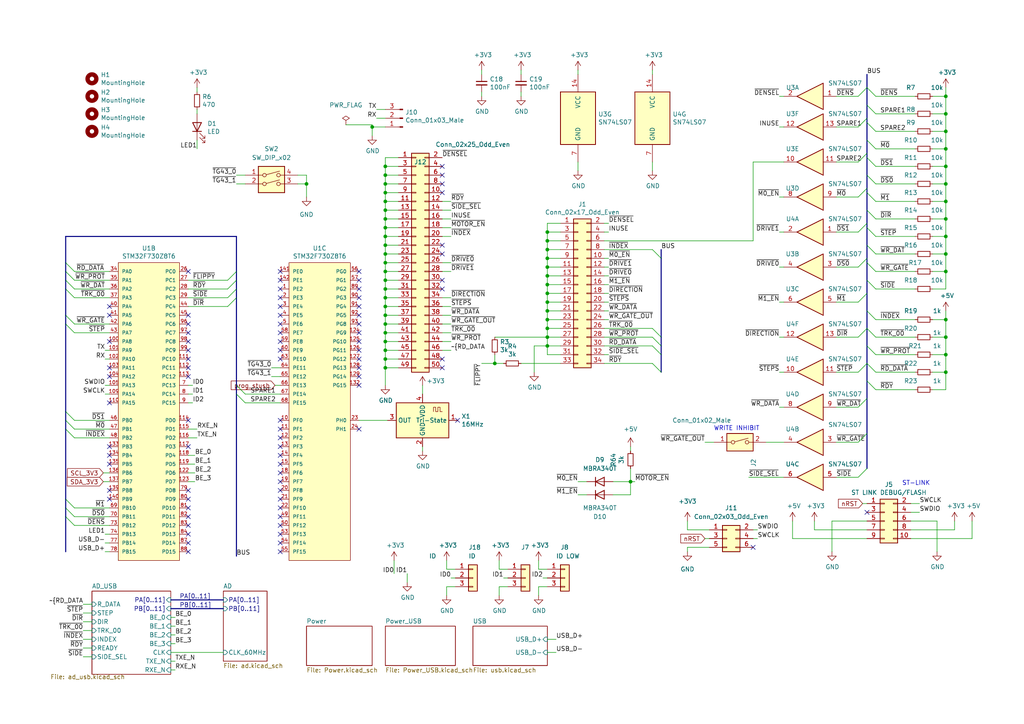
<source format=kicad_sch>
(kicad_sch (version 20211123) (generator eeschema)

  (uuid c1bac86f-cbf6-4c5b-b60d-c26fa73d9c09)

  (paper "A4")

  (title_block
    (title "Greaseweazle F7 Lighting, USB PD")
    (date "2022-09-14")
    (rev "2.00")
    (company "SweProj.com")
  )

  

  (junction (at 158.75 95.25) (diameter 0) (color 0 0 0 0)
    (uuid 01f82238-6335-48fe-8b0a-6853e227345a)
  )
  (junction (at 111.76 68.58) (diameter 0) (color 0 0 0 0)
    (uuid 068d7a7a-0f25-4de5-9cb5-2349a9191b50)
  )
  (junction (at 111.76 104.14) (diameter 0) (color 0 0 0 0)
    (uuid 0d6967d1-12be-4710-aef1-65627c2c9e8a)
  )
  (junction (at 158.75 77.47) (diameter 0) (color 0 0 0 0)
    (uuid 0fc5db66-6188-4c1f-bb14-0868bef113eb)
  )
  (junction (at 158.75 72.39) (diameter 0) (color 0 0 0 0)
    (uuid 10e52e95-44f3-4059-a86d-dcda603e0623)
  )
  (junction (at 111.76 58.42) (diameter 0) (color 0 0 0 0)
    (uuid 1187e9bb-7692-4dd1-9945-e39ef9e5ce5b)
  )
  (junction (at 158.75 92.71) (diameter 0) (color 0 0 0 0)
    (uuid 13bbfffc-affb-4b43-9eb1-f2ed90a8a919)
  )
  (junction (at 111.76 53.34) (diameter 0) (color 0 0 0 0)
    (uuid 14bfaf9f-b822-4cbc-aa30-b927236f307a)
  )
  (junction (at 158.75 90.17) (diameter 0) (color 0 0 0 0)
    (uuid 1ab71a3c-340b-469a-ada5-4f87f0b7b2fa)
  )
  (junction (at 158.75 82.55) (diameter 0) (color 0 0 0 0)
    (uuid 20caf6d2-76a7-497e-ac56-f6d31eb9027b)
  )
  (junction (at 274.32 38.1) (diameter 0) (color 0 0 0 0)
    (uuid 24adc223-60f0-4497-98a3-d664c5a13280)
  )
  (junction (at 158.75 69.85) (diameter 0) (color 0 0 0 0)
    (uuid 252f1275-081d-4d77-8bd5-3b9e6916ef42)
  )
  (junction (at 111.76 86.36) (diameter 0) (color 0 0 0 0)
    (uuid 2c99bd06-59a6-4b07-a512-6528fd43f4dc)
  )
  (junction (at 111.76 83.82) (diameter 0) (color 0 0 0 0)
    (uuid 35b2233e-2f59-44bf-93b3-2716d5b5b514)
  )
  (junction (at 111.76 78.74) (diameter 0) (color 0 0 0 0)
    (uuid 3857167d-f8fc-4da8-b232-a84de78f65eb)
  )
  (junction (at 158.75 74.93) (diameter 0) (color 0 0 0 0)
    (uuid 3c8d03bf-f31d-4aa0-b8db-a227ffd7d8d6)
  )
  (junction (at 274.32 92.71) (diameter 0) (color 0 0 0 0)
    (uuid 44b926bf-8bdd-4191-846d-2dfabab2cecb)
  )
  (junction (at 274.32 68.58) (diameter 0) (color 0 0 0 0)
    (uuid 4bbde53d-6894-4e18-9480-84a6a26d5f6b)
  )
  (junction (at 107.95 36.83) (diameter 0) (color 0 0 0 0)
    (uuid 542d1bcf-de02-4d57-bbbe-dd6f210c8c13)
  )
  (junction (at 88.9 53.34) (diameter 0) (color 0 0 0 0)
    (uuid 56ee0ed0-293b-48bb-9d64-787fea15f4f0)
  )
  (junction (at 111.76 50.8) (diameter 0) (color 0 0 0 0)
    (uuid 5c0b1897-8155-4679-9116-805919f75f96)
  )
  (junction (at 274.32 107.95) (diameter 0) (color 0 0 0 0)
    (uuid 5eb16f0d-ef1e-4549-97a1-19cd06ad7236)
  )
  (junction (at 158.75 85.09) (diameter 0) (color 0 0 0 0)
    (uuid 62a1f3d4-027d-4ecf-a37a-6fcf4263e9d2)
  )
  (junction (at 111.76 106.68) (diameter 0) (color 0 0 0 0)
    (uuid 6621a5a6-aa7a-4de2-9d29-1b200c13ada9)
  )
  (junction (at 111.76 88.9) (diameter 0) (color 0 0 0 0)
    (uuid 71e2c442-6854-420c-af35-dcfcf83456aa)
  )
  (junction (at 274.32 58.42) (diameter 0) (color 0 0 0 0)
    (uuid 749d9ed0-2ff2-4b55-abc5-f7231ec3aa28)
  )
  (junction (at 111.76 76.2) (diameter 0) (color 0 0 0 0)
    (uuid 7e59628a-e341-44cc-bf0f-f1b798a31f1a)
  )
  (junction (at 111.76 101.6) (diameter 0) (color 0 0 0 0)
    (uuid 7f8cd204-ec07-4f76-9072-92e7ccb38dd1)
  )
  (junction (at 111.76 93.98) (diameter 0) (color 0 0 0 0)
    (uuid 86d01cdf-5357-44e1-88d9-97c064cddc9b)
  )
  (junction (at 111.76 71.12) (diameter 0) (color 0 0 0 0)
    (uuid 8dbd51b4-44a2-4ec8-88cf-49079c3aa71e)
  )
  (junction (at 158.75 100.33) (diameter 0) (color 0 0 0 0)
    (uuid 8efee08b-b92e-4ba6-8722-c058e18114fe)
  )
  (junction (at 274.32 73.66) (diameter 0) (color 0 0 0 0)
    (uuid 9112ddd5-10d5-48b8-954f-f1d5adcacbd9)
  )
  (junction (at 274.32 43.18) (diameter 0) (color 0 0 0 0)
    (uuid 929a9b03-e99e-4b88-8e16-759f8c6b59a5)
  )
  (junction (at 111.76 91.44) (diameter 0) (color 0 0 0 0)
    (uuid 93d4a801-226a-48d7-8947-f1bfb7b16554)
  )
  (junction (at 111.76 81.28) (diameter 0) (color 0 0 0 0)
    (uuid 964e4e90-e12f-441c-9d6e-816439c420a1)
  )
  (junction (at 274.32 33.02) (diameter 0) (color 0 0 0 0)
    (uuid 98966de3-2364-43d8-a2e0-b03bb9487b03)
  )
  (junction (at 158.75 67.31) (diameter 0) (color 0 0 0 0)
    (uuid 98fe66f3-ec8b-4515-ae34-617f2124a7ec)
  )
  (junction (at 111.76 60.96) (diameter 0) (color 0 0 0 0)
    (uuid a91cedf1-2089-4c44-9b06-471821937b05)
  )
  (junction (at 274.32 53.34) (diameter 0) (color 0 0 0 0)
    (uuid aadc3df5-0e2d-4f3d-b72e-6f184da74c89)
  )
  (junction (at 111.76 48.26) (diameter 0) (color 0 0 0 0)
    (uuid adc65b09-91c2-4457-8ffe-d57980cf8d73)
  )
  (junction (at 274.32 63.5) (diameter 0) (color 0 0 0 0)
    (uuid af76ce95-feca-41fb-bf31-edaa26d6766a)
  )
  (junction (at 182.88 139.7) (diameter 0) (color 0 0 0 0)
    (uuid afacc12f-b097-4001-b889-9e6781913725)
  )
  (junction (at 143.51 105.41) (diameter 0) (color 0 0 0 0)
    (uuid b854a395-bfc6-4140-9640-75d4f9296771)
  )
  (junction (at 111.76 55.88) (diameter 0) (color 0 0 0 0)
    (uuid c1f5a21c-f5c2-44b0-9b58-90bde58c0d60)
  )
  (junction (at 274.32 102.87) (diameter 0) (color 0 0 0 0)
    (uuid c3a69550-c4fa-45d1-9aba-0bba47699cca)
  )
  (junction (at 274.32 78.74) (diameter 0) (color 0 0 0 0)
    (uuid ca9b74ce-0dee-401c-9544-f599f4cf538d)
  )
  (junction (at 111.76 99.06) (diameter 0) (color 0 0 0 0)
    (uuid cb63a9d8-a84d-43a5-8ff1-d18b1b48c54a)
  )
  (junction (at 274.32 27.94) (diameter 0) (color 0 0 0 0)
    (uuid da546d77-4b03-4562-8fc6-837fd68e7691)
  )
  (junction (at 111.76 96.52) (diameter 0) (color 0 0 0 0)
    (uuid e30dfecd-d78a-4507-91d6-d47619648416)
  )
  (junction (at 158.75 97.79) (diameter 0) (color 0 0 0 0)
    (uuid e6d68f56-4a40-4849-b8d1-13d5ca292900)
  )
  (junction (at 158.75 80.01) (diameter 0) (color 0 0 0 0)
    (uuid f6983918-fe05-46ea-b355-bc522ec53440)
  )
  (junction (at 274.32 97.79) (diameter 0) (color 0 0 0 0)
    (uuid f7070c76-b83b-43a9-a243-491723819616)
  )
  (junction (at 111.76 73.66) (diameter 0) (color 0 0 0 0)
    (uuid f70a4a9d-e097-4502-83aa-1f63e074f06b)
  )
  (junction (at 111.76 66.04) (diameter 0) (color 0 0 0 0)
    (uuid f82dfe8f-ba55-4ab9-a234-6aed39cd6ca4)
  )
  (junction (at 111.76 63.5) (diameter 0) (color 0 0 0 0)
    (uuid f91c051b-372e-45a5-ac05-790df945f858)
  )
  (junction (at 274.32 48.26) (diameter 0) (color 0 0 0 0)
    (uuid fc2e9f96-3bed-4896-b995-f56e799f1c77)
  )
  (junction (at 158.75 87.63) (diameter 0) (color 0 0 0 0)
    (uuid fc4ad874-c922-4070-89f9-7262080469d8)
  )

  (no_connect (at 54.61 99.06) (uuid 00891494-c03f-4b3e-809a-c84eb0c5ff0a))
  (no_connect (at 54.61 104.14) (uuid 024b81ed-7ca3-4557-b9fa-075644de96f7))
  (no_connect (at 31.75 116.84) (uuid 033fb47a-7330-48ce-ac5a-9fe1cb459eaf))
  (no_connect (at 81.28 139.7) (uuid 08714b46-29ca-4521-9566-29e040fc72cc))
  (no_connect (at 104.14 88.9) (uuid 1457e8f3-2460-440d-99d3-5b40eac43589))
  (no_connect (at 31.75 106.68) (uuid 17e5ed96-cc0f-4a4b-a700-6d7ef9acd7bc))
  (no_connect (at 54.61 91.44) (uuid 1e37fe91-3fc4-40b1-91c4-6c4ee1d6e125))
  (no_connect (at 54.61 147.32) (uuid 26eae7d0-939e-4b64-91c1-bf55949d2daf))
  (no_connect (at 81.28 81.28) (uuid 27007603-cd98-41a8-a7be-8db77e3ec570))
  (no_connect (at 218.44 158.75) (uuid 276dd34e-fc62-4ec0-a853-7be08f169b56))
  (no_connect (at 31.75 91.44) (uuid 2d870741-1f5a-4052-a22e-27571d815352))
  (no_connect (at 81.28 86.36) (uuid 2da23a18-3300-4252-b484-249181d69530))
  (no_connect (at 104.14 86.36) (uuid 300c371e-700b-496f-93f0-81a059d70460))
  (no_connect (at 81.28 127) (uuid 351e7c1c-f640-46bf-817e-0e5f388fa690))
  (no_connect (at 81.28 149.86) (uuid 36eb8b48-9fc4-4e61-80e9-937649cf4782))
  (no_connect (at 251.46 148.59) (uuid 37728c8e-efcc-462c-a749-47b6bfcbaf37))
  (no_connect (at 104.14 109.22) (uuid 3f893e9a-6fe6-4a4b-8258-268ba807dd4c))
  (no_connect (at 81.28 91.44) (uuid 4247a140-bbc6-42ed-9f12-5207475a1883))
  (no_connect (at 81.28 152.4) (uuid 42fbbe90-8164-4a79-b8b2-fd21b7d5f65c))
  (no_connect (at 31.75 132.08) (uuid 44f11401-c761-4962-89ab-032461972a58))
  (no_connect (at 31.75 142.24) (uuid 491aead6-9c4e-4fe5-aabe-d851483116da))
  (no_connect (at 81.28 124.46) (uuid 4cd0bd9f-817f-4e73-8746-dcc22ecd24ed))
  (no_connect (at 54.61 106.68) (uuid 54a777cf-b430-40e0-80a8-8b4acb62f375))
  (no_connect (at 81.28 104.14) (uuid 562e6b05-e9e1-41b7-bf27-4b3ad6810233))
  (no_connect (at 54.61 129.54) (uuid 5b9a50c7-ecff-4a29-9d0e-23fb747ba498))
  (no_connect (at 81.28 144.78) (uuid 643273c3-43c9-4ac4-86d8-c6a8eb457c15))
  (no_connect (at 104.14 106.68) (uuid 65914d90-2ecd-4afd-9dbb-4ff27ca3c0fa))
  (no_connect (at 104.14 78.74) (uuid 6ca02c22-abf9-4e6c-b9b7-6c93ab5b146f))
  (no_connect (at 54.61 96.52) (uuid 728bfe2b-ac1b-4f98-b4e8-b8663c1887da))
  (no_connect (at 54.61 93.98) (uuid 732d4189-9cf0-4564-bc31-49f2ca254fbb))
  (no_connect (at 54.61 160.02) (uuid 7bc95512-6329-4c23-b758-73f635511d06))
  (no_connect (at 81.28 96.52) (uuid 7e0a823a-2958-48c8-98d9-efdb7150bb81))
  (no_connect (at 31.75 99.06) (uuid 826fb3e4-1056-4f5f-956f-254f6941d336))
  (no_connect (at 104.14 83.82) (uuid 868a3433-d791-484e-9bb1-d9be133b4a21))
  (no_connect (at 81.28 157.48) (uuid 89315d23-03b7-46b1-81ee-6276bde90a82))
  (no_connect (at 81.28 137.16) (uuid 8a6dc8e4-8ddd-4bf1-b1ca-0495dd8ae127))
  (no_connect (at 54.61 152.4) (uuid 8c3e2ea9-ca92-4843-9074-44c21d854982))
  (no_connect (at 54.61 142.24) (uuid 8f790adc-8b38-4aac-8720-2e2b0dc659aa))
  (no_connect (at 132.715 121.92) (uuid 93af1374-af56-4fc8-af3f-6c16d61a0b21))
  (no_connect (at 81.28 93.98) (uuid 93e32358-1bdd-4e24-8b79-9054a0552b8a))
  (no_connect (at 81.28 134.62) (uuid 94300228-8a6b-43b4-8bd6-fde7b11076c8))
  (no_connect (at 104.14 111.76) (uuid 970b5190-6039-42f3-9c9c-64c50ef33fc2))
  (no_connect (at 81.28 101.6) (uuid 98337e12-9033-49eb-89cd-cc1afedfac6e))
  (no_connect (at 104.14 91.44) (uuid 994ec659-18e4-41e0-b6f4-15a99d6eabe3))
  (no_connect (at 31.75 109.22) (uuid 9bf407cf-f06a-48ac-8bea-4b5cfadd1384))
  (no_connect (at 128.27 53.34) (uuid 9ff8d6a5-7a30-44f2-b99b-6ecde8c232ac))
  (no_connect (at 128.27 55.88) (uuid 9ff8d6a5-7a30-44f2-b99b-6ecde8c232ad))
  (no_connect (at 128.27 71.12) (uuid 9ff8d6a5-7a30-44f2-b99b-6ecde8c232ae))
  (no_connect (at 128.27 48.26) (uuid 9ff8d6a5-7a30-44f2-b99b-6ecde8c232af))
  (no_connect (at 128.27 50.8) (uuid 9ff8d6a5-7a30-44f2-b99b-6ecde8c232b0))
  (no_connect (at 128.27 106.68) (uuid 9ff8d6a5-7a30-44f2-b99b-6ecde8c232b1))
  (no_connect (at 128.27 104.14) (uuid 9ff8d6a5-7a30-44f2-b99b-6ecde8c232b2))
  (no_connect (at 128.27 83.82) (uuid 9ff8d6a5-7a30-44f2-b99b-6ecde8c232b3))
  (no_connect (at 128.27 81.28) (uuid 9ff8d6a5-7a30-44f2-b99b-6ecde8c232b4))
  (no_connect (at 128.27 73.66) (uuid 9ff8d6a5-7a30-44f2-b99b-6ecde8c232b5))
  (no_connect (at 54.61 149.86) (uuid a7128e49-87e5-4854-ba63-ff1d53065189))
  (no_connect (at 81.28 147.32) (uuid ab5a8b90-558e-42dc-9b97-c893fb5a2b10))
  (no_connect (at 54.61 109.22) (uuid abb7db91-c8d0-49b9-ba9c-db0b048a9efe))
  (no_connect (at 54.61 144.78) (uuid ac72df19-9d81-40b9-913f-ca2d4db7827b))
  (no_connect (at 54.61 121.92) (uuid ae3b158c-9426-4780-9122-e8d1603ed7e1))
  (no_connect (at 104.14 99.06) (uuid ae68231e-4175-4e26-98a5-5fcd909d496b))
  (no_connect (at 81.28 132.08) (uuid b0e5a25e-ab68-45e1-b20b-c2a413556c18))
  (no_connect (at 31.75 88.9) (uuid b3f21f3f-128c-4e88-bcd2-38f966b77321))
  (no_connect (at 54.61 154.94) (uuid b5680de7-ae05-4ffb-b73d-7b0f27073ab6))
  (no_connect (at 81.28 160.02) (uuid b8406398-c88b-436a-9dd4-9aaaf6c5a488))
  (no_connect (at 81.28 83.82) (uuid bb55aca0-2551-4f41-b493-535b0a8afccc))
  (no_connect (at 104.14 124.46) (uuid be021e70-1a5b-4fc4-aa0c-41b42db09350))
  (no_connect (at 54.61 157.48) (uuid be98f734-3bc9-4d9c-97e5-20415c91c5d7))
  (no_connect (at 81.28 154.94) (uuid c44eb740-e633-485c-b41b-878872c1f69d))
  (no_connect (at 104.14 81.28) (uuid c75b0135-9e9d-4628-9762-267358c3bb33))
  (no_connect (at 104.14 93.98) (uuid c9f403fb-ed4d-4b33-adac-b0ef7f0d1d69))
  (no_connect (at 104.14 104.14) (uuid cb586b87-68d3-4355-b17f-2e06d5bf0e1d))
  (no_connect (at 31.75 144.78) (uuid cc4a2a56-97a6-492d-bc87-2abcaa1e59f5))
  (no_connect (at 104.14 101.6) (uuid cd1b4d44-9354-45f7-a49e-7e6ba6548bfd))
  (no_connect (at 81.28 142.24) (uuid d006523f-5372-4136-95eb-0454648c416c))
  (no_connect (at 104.14 96.52) (uuid d3741fbd-9f9b-42c7-b81f-2926ebc3b2ca))
  (no_connect (at 54.61 101.6) (uuid d47d1af6-c1eb-43a3-bb4e-f85f5c891f22))
  (no_connect (at 31.75 129.54) (uuid e1a096b2-4e3b-4c20-a010-5831605cd725))
  (no_connect (at 81.28 129.54) (uuid e4dc41c5-7dc7-4686-9bd0-3571dfbbd23a))
  (no_connect (at 81.28 121.92) (uuid ede20bd1-a6ee-466f-a29c-b8d337356dba))
  (no_connect (at 81.28 78.74) (uuid eec7dc80-1e4e-4381-a5d0-5cc426ef5a55))
  (no_connect (at 31.75 134.62) (uuid f370fbc7-327f-4578-a64e-261caa1f96b9))
  (no_connect (at 81.28 99.06) (uuid f3b3c682-3311-4e76-90db-0e5373f40533))
  (no_connect (at 54.61 78.74) (uuid f78abf3d-5695-4b76-b33f-d959d7b688e7))
  (no_connect (at 81.28 88.9) (uuid faa958cd-c104-4993-9160-c571d81aa390))

  (bus_entry (at 248.92 118.11) (size 2.54 -2.54)
    (stroke (width 0) (type default) (color 0 0 0 0))
    (uuid 0b4c0f05-c855-4742-bad2-dbf645d5842b)
  )
  (bus_entry (at 19.05 121.92) (size 2.54 2.54)
    (stroke (width 0) (type default) (color 0 0 0 0))
    (uuid 0ce1dd44-f307-4f98-9f0d-478fd87daa64)
  )
  (bus_entry (at 248.92 46.99) (size 2.54 -2.54)
    (stroke (width 0) (type default) (color 0 0 0 0))
    (uuid 12c8f4c9-cb79-4390-b96c-a717c693de17)
  )
  (bus_entry (at 248.92 57.15) (size 2.54 -2.54)
    (stroke (width 0) (type default) (color 0 0 0 0))
    (uuid 12f8e43c-8f83-48d3-a9b5-5f3ebc0b6c43)
  )
  (bus_entry (at 66.04 81.28) (size 2.54 -2.54)
    (stroke (width 0) (type default) (color 0 0 0 0))
    (uuid 15699041-ed40-45ee-87d8-f5e206a88536)
  )
  (bus_entry (at 251.46 30.48) (size 2.54 2.54)
    (stroke (width 0) (type default) (color 0 0 0 0))
    (uuid 18f1018d-5857-4c32-a072-f3de80352f74)
  )
  (bus_entry (at 189.23 105.41) (size 2.54 2.54)
    (stroke (width 0) (type default) (color 0 0 0 0))
    (uuid 1a22eb2d-f625-4371-a918-ff1b97dc8219)
  )
  (bus_entry (at 19.05 149.86) (size 2.54 2.54)
    (stroke (width 0) (type default) (color 0 0 0 0))
    (uuid 1cacb878-9da4-41fc-aa80-018bc841e19a)
  )
  (bus_entry (at 251.46 95.25) (size 2.54 2.54)
    (stroke (width 0) (type default) (color 0 0 0 0))
    (uuid 2028d85e-9e27-4758-8c0b-559fad072813)
  )
  (bus_entry (at 19.05 147.32) (size 2.54 2.54)
    (stroke (width 0) (type default) (color 0 0 0 0))
    (uuid 247ebffd-2cb6-4379-ba6e-21861fea3913)
  )
  (bus_entry (at 248.92 97.79) (size 2.54 -2.54)
    (stroke (width 0) (type default) (color 0 0 0 0))
    (uuid 282c8e53-3acc-42f0-a92a-6aa976b97a93)
  )
  (bus_entry (at 19.05 124.46) (size 2.54 2.54)
    (stroke (width 0) (type default) (color 0 0 0 0))
    (uuid 3457afc5-3e4f-4220-81d1-b079f653a722)
  )
  (bus_entry (at 19.05 78.74) (size 2.54 2.54)
    (stroke (width 0) (type default) (color 0 0 0 0))
    (uuid 3bbbbb7d-391c-4fee-ac81-3c47878edc38)
  )
  (bus_entry (at 251.46 50.8) (size 2.54 2.54)
    (stroke (width 0) (type default) (color 0 0 0 0))
    (uuid 3d552623-2969-4b15-8623-368144f225e9)
  )
  (bus_entry (at 66.04 83.82) (size 2.54 -2.54)
    (stroke (width 0) (type default) (color 0 0 0 0))
    (uuid 402c62e6-8d8e-473a-a0cf-2b86e4908cd7)
  )
  (bus_entry (at 66.04 88.9) (size 2.54 -2.54)
    (stroke (width 0) (type default) (color 0 0 0 0))
    (uuid 406d491e-5b01-46dc-a768-fd0992cdb346)
  )
  (bus_entry (at 248.92 36.83) (size 2.54 -2.54)
    (stroke (width 0) (type default) (color 0 0 0 0))
    (uuid 4344bc11-e822-474b-8d61-d12211e719b1)
  )
  (bus_entry (at 19.05 81.28) (size 2.54 2.54)
    (stroke (width 0) (type default) (color 0 0 0 0))
    (uuid 4a53fa56-d65b-42a4-a4be-8f49c4c015bb)
  )
  (bus_entry (at 68.58 114.3) (size 2.54 2.54)
    (stroke (width 0) (type default) (color 0 0 0 0))
    (uuid 58390862-1833-41dd-9c4e-98073ea0da33)
  )
  (bus_entry (at 68.58 111.76) (size 2.54 2.54)
    (stroke (width 0) (type default) (color 0 0 0 0))
    (uuid 5e755161-24a5-4650-a6e3-9836bf074412)
  )
  (bus_entry (at 248.92 77.47) (size 2.54 -2.54)
    (stroke (width 0) (type default) (color 0 0 0 0))
    (uuid 5f38bdb2-3657-474e-8e86-d6bb0b298110)
  )
  (bus_entry (at 19.05 93.98) (size 2.54 2.54)
    (stroke (width 0) (type default) (color 0 0 0 0))
    (uuid 7582a530-a952-46c1-b7eb-75006524ba29)
  )
  (bus_entry (at 248.92 107.95) (size 2.54 -2.54)
    (stroke (width 0) (type default) (color 0 0 0 0))
    (uuid 83c5181e-f5ee-453c-ae5c-d7256ba8837d)
  )
  (bus_entry (at 251.46 66.04) (size 2.54 2.54)
    (stroke (width 0) (type default) (color 0 0 0 0))
    (uuid 8aeae536-fd36-430e-be47-1a856eced2fc)
  )
  (bus_entry (at 251.46 40.64) (size 2.54 2.54)
    (stroke (width 0) (type default) (color 0 0 0 0))
    (uuid 92848721-49b5-4e4c-b042-6fd51e1d562f)
  )
  (bus_entry (at 19.05 91.44) (size 2.54 2.54)
    (stroke (width 0) (type default) (color 0 0 0 0))
    (uuid 92f063a3-7cce-4a96-8a3a-cf5767f700c6)
  )
  (bus_entry (at 19.05 83.82) (size 2.54 2.54)
    (stroke (width 0) (type default) (color 0 0 0 0))
    (uuid 96781640-c07e-4eea-a372-067ded96b703)
  )
  (bus_entry (at 19.05 144.78) (size 2.54 2.54)
    (stroke (width 0) (type default) (color 0 0 0 0))
    (uuid 96ef76a5-90c3-4767-98ba-2b61887e28d3)
  )
  (bus_entry (at 251.46 25.4) (size 2.54 2.54)
    (stroke (width 0) (type default) (color 0 0 0 0))
    (uuid 992a2b00-5e28-4edd-88b5-994891512d8d)
  )
  (bus_entry (at 251.46 110.49) (size 2.54 2.54)
    (stroke (width 0) (type default) (color 0 0 0 0))
    (uuid 9cacb6ad-6bbf-4ffe-b0a4-2df24045e046)
  )
  (bus_entry (at 189.23 95.25) (size 2.54 2.54)
    (stroke (width 0) (type default) (color 0 0 0 0))
    (uuid 9f969b13-1795-4747-8326-93bdc304ed56)
  )
  (bus_entry (at 189.23 97.79) (size 2.54 2.54)
    (stroke (width 0) (type default) (color 0 0 0 0))
    (uuid 9fdca5c2-1fbd-4774-a9c3-8795a40c206d)
  )
  (bus_entry (at 189.23 100.33) (size 2.54 2.54)
    (stroke (width 0) (type default) (color 0 0 0 0))
    (uuid a0d52767-051a-423c-a600-928281f27952)
  )
  (bus_entry (at 66.04 86.36) (size 2.54 -2.54)
    (stroke (width 0) (type default) (color 0 0 0 0))
    (uuid a177c3b4-b04c-490e-b3fe-d3d4d7aa24a7)
  )
  (bus_entry (at 251.46 90.17) (size 2.54 2.54)
    (stroke (width 0) (type default) (color 0 0 0 0))
    (uuid a48f5fff-52e4-4ae8-8faa-7084c7ae8a28)
  )
  (bus_entry (at 251.46 60.96) (size 2.54 2.54)
    (stroke (width 0) (type default) (color 0 0 0 0))
    (uuid bc3b3f93-69e0-44a5-b919-319b81d13095)
  )
  (bus_entry (at 251.46 105.41) (size 2.54 2.54)
    (stroke (width 0) (type default) (color 0 0 0 0))
    (uuid be5a7017-fe9d-43ea-9a6a-8fe8deb78420)
  )
  (bus_entry (at 251.46 45.72) (size 2.54 2.54)
    (stroke (width 0) (type default) (color 0 0 0 0))
    (uuid c07eebcc-30d2-439d-8030-faea6ade4486)
  )
  (bus_entry (at 248.92 128.27) (size 2.54 -2.54)
    (stroke (width 0) (type default) (color 0 0 0 0))
    (uuid ca5b6af8-ca05-4338-b852-b51f2b49b1db)
  )
  (bus_entry (at 248.92 87.63) (size 2.54 -2.54)
    (stroke (width 0) (type default) (color 0 0 0 0))
    (uuid d72c89a6-7578-4468-964e-2a845431195f)
  )
  (bus_entry (at 251.46 35.56) (size 2.54 2.54)
    (stroke (width 0) (type default) (color 0 0 0 0))
    (uuid db1ed10a-ef86-43bf-93dc-9be76327f6d2)
  )
  (bus_entry (at 248.92 27.94) (size 2.54 -2.54)
    (stroke (width 0) (type default) (color 0 0 0 0))
    (uuid db742b9e-1fed-4e0c-b783-f911ab5116aa)
  )
  (bus_entry (at 251.46 100.33) (size 2.54 2.54)
    (stroke (width 0) (type default) (color 0 0 0 0))
    (uuid e0d7c1d9-102e-4758-a8b7-ff248f1ce315)
  )
  (bus_entry (at 251.46 55.88) (size 2.54 2.54)
    (stroke (width 0) (type default) (color 0 0 0 0))
    (uuid e65bab67-68b7-4b22-a939-6f2c05164d2a)
  )
  (bus_entry (at 248.92 138.43) (size 2.54 -2.54)
    (stroke (width 0) (type default) (color 0 0 0 0))
    (uuid ea2ea877-1ce1-4cd6-ad19-1da87f51601d)
  )
  (bus_entry (at 248.92 67.31) (size 2.54 -2.54)
    (stroke (width 0) (type default) (color 0 0 0 0))
    (uuid eaa0d51a-ee4e-4d3a-a801-bddb7027e94c)
  )
  (bus_entry (at 19.05 76.2) (size 2.54 2.54)
    (stroke (width 0) (type default) (color 0 0 0 0))
    (uuid eb391a95-1c1d-4613-b508-c76b8bc13a73)
  )
  (bus_entry (at 251.46 71.12) (size 2.54 2.54)
    (stroke (width 0) (type default) (color 0 0 0 0))
    (uuid eb473bfd-fc2d-4cf0-8714-6b7dd95b0a03)
  )
  (bus_entry (at 19.05 119.38) (size 2.54 2.54)
    (stroke (width 0) (type default) (color 0 0 0 0))
    (uuid f8b47531-6c06-4e54-9fc9-cd9d0f3dd69f)
  )
  (bus_entry (at 251.46 81.28) (size 2.54 2.54)
    (stroke (width 0) (type default) (color 0 0 0 0))
    (uuid fa20e708-ec85-4e0b-8402-f74a2724f920)
  )
  (bus_entry (at 189.23 72.39) (size 2.54 2.54)
    (stroke (width 0) (type default) (color 0 0 0 0))
    (uuid fb0bf2a0-d317-42f7-b022-b5e05481f6be)
  )
  (bus_entry (at 251.46 76.2) (size 2.54 2.54)
    (stroke (width 0) (type default) (color 0 0 0 0))
    (uuid fb35e3b1-aff6-41a7-9cf0-52694b95edeb)
  )

  (wire (pts (xy 30.48 101.6) (xy 31.75 101.6))
    (stroke (width 0) (type default) (color 0 0 0 0))
    (uuid 000b46d6-b833-4804-8f56-56d539f76d09)
  )
  (wire (pts (xy 111.76 66.04) (xy 111.76 68.58))
    (stroke (width 0) (type default) (color 0 0 0 0))
    (uuid 01dc798b-4c95-4d40-80b7-aa972004ee44)
  )
  (wire (pts (xy 129.54 170.18) (xy 132.08 170.18))
    (stroke (width 0) (type default) (color 0 0 0 0))
    (uuid 03e48a7d-cbfe-454a-bd5a-26805d2a84ce)
  )
  (bus (pts (xy 68.58 81.28) (xy 68.58 83.82))
    (stroke (width 0) (type default) (color 0 0 0 0))
    (uuid 042355dd-6e0d-4b8b-8570-27753e03916b)
  )

  (wire (pts (xy 128.27 78.74) (xy 130.81 78.74))
    (stroke (width 0) (type default) (color 0 0 0 0))
    (uuid 042b8bea-9219-4f6a-89b3-599bbdfa8b93)
  )
  (bus (pts (xy 19.05 91.44) (xy 19.05 93.98))
    (stroke (width 0) (type default) (color 0 0 0 0))
    (uuid 042cd293-06db-42f3-afc5-3844e62e7be3)
  )

  (wire (pts (xy 177.8 143.51) (xy 182.88 143.51))
    (stroke (width 0) (type default) (color 0 0 0 0))
    (uuid 04657fbf-e375-4129-bf29-87f895ae9e9c)
  )
  (wire (pts (xy 111.76 71.12) (xy 115.57 71.12))
    (stroke (width 0) (type default) (color 0 0 0 0))
    (uuid 04d7fd83-a6aa-4987-9e20-3d50c265b831)
  )
  (wire (pts (xy 242.57 128.27) (xy 248.92 128.27))
    (stroke (width 0) (type default) (color 0 0 0 0))
    (uuid 05d3e08e-e1f9-46cf-93d0-836d1306d03a)
  )
  (wire (pts (xy 111.76 48.26) (xy 115.57 48.26))
    (stroke (width 0) (type default) (color 0 0 0 0))
    (uuid 05d6ed65-9b0b-47fc-9d52-3f81dfc32551)
  )
  (wire (pts (xy 128.27 88.9) (xy 130.81 88.9))
    (stroke (width 0) (type default) (color 0 0 0 0))
    (uuid 05e3b151-dc12-4701-912e-3bf8070597d8)
  )
  (wire (pts (xy 175.26 100.33) (xy 189.23 100.33))
    (stroke (width 0) (type default) (color 0 0 0 0))
    (uuid 06665bf8-cef1-4e75-8d5b-1537b3c1b090)
  )
  (wire (pts (xy 274.32 83.82) (xy 274.32 78.74))
    (stroke (width 0) (type default) (color 0 0 0 0))
    (uuid 099473f1-6598-46ff-a50f-4c520832170d)
  )
  (wire (pts (xy 128.27 91.44) (xy 130.81 91.44))
    (stroke (width 0) (type default) (color 0 0 0 0))
    (uuid 0a1f756a-03ad-48d1-a3cc-07b1e91bf6b5)
  )
  (bus (pts (xy 19.05 78.74) (xy 19.05 81.28))
    (stroke (width 0) (type default) (color 0 0 0 0))
    (uuid 0bbf9571-8208-4728-bca6-e36e4dcb62f0)
  )

  (wire (pts (xy 21.59 124.46) (xy 31.75 124.46))
    (stroke (width 0) (type default) (color 0 0 0 0))
    (uuid 0c5dddf1-38df-43d2-b49c-e7b691dab0ab)
  )
  (wire (pts (xy 158.75 67.31) (xy 158.75 69.85))
    (stroke (width 0) (type default) (color 0 0 0 0))
    (uuid 0dfdfa9f-1e3f-4e14-b64b-12bde76a80c7)
  )
  (wire (pts (xy 162.56 100.33) (xy 158.75 100.33))
    (stroke (width 0) (type default) (color 0 0 0 0))
    (uuid 0e249018-17e7-42b3-ae5d-5ebf3ae299ae)
  )
  (wire (pts (xy 29.972 137.16) (xy 31.75 137.16))
    (stroke (width 0) (type default) (color 0 0 0 0))
    (uuid 0e7ad38a-9a9f-4f7f-85da-d397ca1ffbd3)
  )
  (wire (pts (xy 86.36 50.8) (xy 88.9 50.8))
    (stroke (width 0) (type default) (color 0 0 0 0))
    (uuid 0ec8848f-4be5-421c-bcfc-a66d819b129d)
  )
  (wire (pts (xy 111.76 91.44) (xy 115.57 91.44))
    (stroke (width 0) (type default) (color 0 0 0 0))
    (uuid 105d2701-5e63-4eb3-8241-5608caa465c8)
  )
  (wire (pts (xy 86.36 53.34) (xy 88.9 53.34))
    (stroke (width 0) (type default) (color 0 0 0 0))
    (uuid 114a2768-e1fd-4d16-9d75-a2b2dcf3668d)
  )
  (wire (pts (xy 281.94 156.21) (xy 281.94 151.13))
    (stroke (width 0) (type default) (color 0 0 0 0))
    (uuid 11c7c8d4-4c4b-4330-bb59-1eec2e98b255)
  )
  (bus (pts (xy 68.58 83.82) (xy 68.58 86.36))
    (stroke (width 0) (type default) (color 0 0 0 0))
    (uuid 12064ebf-c118-4e17-9e5f-93ba0649c1a8)
  )

  (wire (pts (xy 274.32 43.18) (xy 270.51 43.18))
    (stroke (width 0) (type default) (color 0 0 0 0))
    (uuid 13ac70df-e9b9-44e5-96e6-20f0b0dc6a3a)
  )
  (wire (pts (xy 226.06 67.31) (xy 227.33 67.31))
    (stroke (width 0) (type default) (color 0 0 0 0))
    (uuid 14064e1b-d8db-4b96-9159-f0491d3e5f02)
  )
  (wire (pts (xy 162.56 80.01) (xy 158.75 80.01))
    (stroke (width 0) (type default) (color 0 0 0 0))
    (uuid 142dd724-2a9f-4eea-ab21-209b1bc7ec65)
  )
  (bus (pts (xy 251.46 54.61) (xy 251.46 55.88))
    (stroke (width 0) (type default) (color 0 0 0 0))
    (uuid 1466a746-e42c-4539-8265-f23e0ae49915)
  )

  (wire (pts (xy 158.75 80.01) (xy 158.75 77.47))
    (stroke (width 0) (type default) (color 0 0 0 0))
    (uuid 15a82541-58d8-45b5-99c5-fb52e017e3ea)
  )
  (wire (pts (xy 274.32 92.71) (xy 274.32 90.17))
    (stroke (width 0) (type default) (color 0 0 0 0))
    (uuid 1732b93f-cd0e-4ca4-a905-bb406354ca33)
  )
  (wire (pts (xy 274.32 107.95) (xy 274.32 102.87))
    (stroke (width 0) (type default) (color 0 0 0 0))
    (uuid 17cf1c88-8d51-4538-aa76-e35ac22d0ed0)
  )
  (wire (pts (xy 218.44 46.99) (xy 227.33 46.99))
    (stroke (width 0) (type default) (color 0 0 0 0))
    (uuid 17ed3508-fa2e-4593-a799-bfd39a6cc14d)
  )
  (wire (pts (xy 49.53 184.15) (xy 50.8 184.15))
    (stroke (width 0) (type default) (color 0 0 0 0))
    (uuid 18372a25-ed01-47c8-be92-161857f6e1d7)
  )
  (wire (pts (xy 31.75 127) (xy 21.59 127))
    (stroke (width 0) (type default) (color 0 0 0 0))
    (uuid 1855ca44-ab48-4b76-a210-97fc81d916c4)
  )
  (wire (pts (xy 270.51 83.82) (xy 274.32 83.82))
    (stroke (width 0) (type default) (color 0 0 0 0))
    (uuid 1876c30c-72b2-4a8d-9f32-bf8b213530b4)
  )
  (wire (pts (xy 24.13 190.5) (xy 26.67 190.5))
    (stroke (width 0) (type default) (color 0 0 0 0))
    (uuid 197737a3-f629-4847-a3bd-29bbed8e8513)
  )
  (wire (pts (xy 71.12 114.3) (xy 81.28 114.3))
    (stroke (width 0) (type default) (color 0 0 0 0))
    (uuid 1bf7d0f9-0dcf-4d7c-b58c-318e3dc42bc9)
  )
  (bus (pts (xy 68.58 86.36) (xy 68.58 111.76))
    (stroke (width 0) (type default) (color 0 0 0 0))
    (uuid 1bfd907f-4d47-425f-8228-0ad04c9e1e44)
  )

  (wire (pts (xy 242.57 97.79) (xy 248.92 97.79))
    (stroke (width 0) (type default) (color 0 0 0 0))
    (uuid 1c052668-6749-425a-9a77-35f046c8aa39)
  )
  (wire (pts (xy 129.54 170.18) (xy 129.54 172.72))
    (stroke (width 0) (type default) (color 0 0 0 0))
    (uuid 1c24771c-19d1-4407-9c2f-255b7ddf0492)
  )
  (wire (pts (xy 30.48 157.48) (xy 31.75 157.48))
    (stroke (width 0) (type default) (color 0 0 0 0))
    (uuid 1de61170-5337-44c5-ba28-bd477db4bff1)
  )
  (wire (pts (xy 49.53 191.77) (xy 50.8 191.77))
    (stroke (width 0) (type default) (color 0 0 0 0))
    (uuid 1e6339d5-f0ee-4a4b-9faf-4b2631e397d5)
  )
  (wire (pts (xy 111.76 101.6) (xy 111.76 104.14))
    (stroke (width 0) (type default) (color 0 0 0 0))
    (uuid 1f261883-4501-4c16-8f24-011b93c7b7c4)
  )
  (wire (pts (xy 111.76 60.96) (xy 111.76 63.5))
    (stroke (width 0) (type default) (color 0 0 0 0))
    (uuid 1f848839-e564-450f-a963-ebf13ca910f5)
  )
  (wire (pts (xy 30.48 111.76) (xy 31.75 111.76))
    (stroke (width 0) (type default) (color 0 0 0 0))
    (uuid 2102c637-9f11-48f1-aae6-b4139dc22be2)
  )
  (wire (pts (xy 54.61 134.62) (xy 56.515 134.62))
    (stroke (width 0) (type default) (color 0 0 0 0))
    (uuid 21768691-1e43-45ea-b868-82651819b936)
  )
  (wire (pts (xy 54.61 132.08) (xy 56.515 132.08))
    (stroke (width 0) (type default) (color 0 0 0 0))
    (uuid 22349afa-99b6-4268-ade5-32f12de232db)
  )
  (wire (pts (xy 144.78 170.18) (xy 147.32 170.18))
    (stroke (width 0) (type default) (color 0 0 0 0))
    (uuid 22b49795-d138-447a-8a67-2f87ad0d4bd4)
  )
  (wire (pts (xy 218.44 156.21) (xy 219.71 156.21))
    (stroke (width 0) (type default) (color 0 0 0 0))
    (uuid 22c1623e-dd8d-428b-b9ae-ebb3a532b396)
  )
  (bus (pts (xy 251.46 25.4) (xy 251.46 30.48))
    (stroke (width 0) (type default) (color 0 0 0 0))
    (uuid 22ca4d26-dec4-44a3-995c-be969ad2dac7)
  )
  (bus (pts (xy 251.46 55.88) (xy 251.46 60.96))
    (stroke (width 0) (type default) (color 0 0 0 0))
    (uuid 2335a1d2-947d-4bec-881e-be4aaf732354)
  )

  (wire (pts (xy 128.27 99.06) (xy 130.81 99.06))
    (stroke (width 0) (type default) (color 0 0 0 0))
    (uuid 2447f5f1-b3d5-43aa-959f-88436ebed06d)
  )
  (wire (pts (xy 88.9 50.8) (xy 88.9 53.34))
    (stroke (width 0) (type default) (color 0 0 0 0))
    (uuid 2572e34f-bfb2-4fa7-969f-a04e338d6e2f)
  )
  (wire (pts (xy 111.76 106.68) (xy 115.57 106.68))
    (stroke (width 0) (type default) (color 0 0 0 0))
    (uuid 26f6b829-e63c-496a-b791-5dd68c7ead9d)
  )
  (wire (pts (xy 30.48 114.3) (xy 31.75 114.3))
    (stroke (width 0) (type default) (color 0 0 0 0))
    (uuid 272c2a78-b5f5-4b61-aed3-ec69e0e92729)
  )
  (wire (pts (xy 274.32 38.1) (xy 274.32 43.18))
    (stroke (width 0) (type default) (color 0 0 0 0))
    (uuid 278a91dc-d57d-4a5c-a045-34b6bd84131f)
  )
  (wire (pts (xy 274.32 25.4) (xy 274.32 27.94))
    (stroke (width 0) (type default) (color 0 0 0 0))
    (uuid 29126f72-63f7-4275-8b12-6b96a71c6f17)
  )
  (wire (pts (xy 254 53.34) (xy 265.43 53.34))
    (stroke (width 0) (type default) (color 0 0 0 0))
    (uuid 291935ec-f8ff-41f0-8717-e68b8af7b8c1)
  )
  (wire (pts (xy 114.3 162.56) (xy 114.3 166.37))
    (stroke (width 0) (type default) (color 0 0 0 0))
    (uuid 291baaf6-406d-492c-8388-51e68532cfbf)
  )
  (wire (pts (xy 111.76 88.9) (xy 111.76 91.44))
    (stroke (width 0) (type default) (color 0 0 0 0))
    (uuid 2b5319a3-2b4f-4c5e-b61e-a7934593e487)
  )
  (wire (pts (xy 128.27 86.36) (xy 130.81 86.36))
    (stroke (width 0) (type default) (color 0 0 0 0))
    (uuid 2b8c6538-2116-4527-a026-b4925dd2ee57)
  )
  (wire (pts (xy 57.15 31.75) (xy 57.15 33.02))
    (stroke (width 0) (type default) (color 0 0 0 0))
    (uuid 2ba25c40-ea42-478e-9150-1d94fa1c8ae9)
  )
  (bus (pts (xy 68.58 68.58) (xy 68.58 78.74))
    (stroke (width 0) (type default) (color 0 0 0 0))
    (uuid 2d0d333a-99a0-4575-9433-710c8cc7ac0b)
  )
  (bus (pts (xy 251.46 125.73) (xy 251.46 135.89))
    (stroke (width 0) (type default) (color 0 0 0 0))
    (uuid 2dbbf750-c1db-47bf-9f50-fe0096e42311)
  )

  (wire (pts (xy 274.32 27.94) (xy 274.32 33.02))
    (stroke (width 0) (type default) (color 0 0 0 0))
    (uuid 2ea8fa6f-efc3-40fe-bcf9-05bfa46ead4f)
  )
  (wire (pts (xy 270.51 92.71) (xy 274.32 92.71))
    (stroke (width 0) (type default) (color 0 0 0 0))
    (uuid 2f0570b6-86da-47a8-9e56-ce60c431c534)
  )
  (wire (pts (xy 162.56 87.63) (xy 158.75 87.63))
    (stroke (width 0) (type default) (color 0 0 0 0))
    (uuid 2f291a4b-4ecb-4692-9ad2-324f9784c0d4)
  )
  (wire (pts (xy 264.16 156.21) (xy 281.94 156.21))
    (stroke (width 0) (type default) (color 0 0 0 0))
    (uuid 300aa512-2f66-4c26-a530-50c091b3a099)
  )
  (wire (pts (xy 78.74 106.68) (xy 81.28 106.68))
    (stroke (width 0) (type default) (color 0 0 0 0))
    (uuid 3036ba32-a371-4e05-a934-abb44d31f530)
  )
  (wire (pts (xy 111.76 73.66) (xy 115.57 73.66))
    (stroke (width 0) (type default) (color 0 0 0 0))
    (uuid 3102a495-c747-4ebd-910d-ccca3f28177b)
  )
  (wire (pts (xy 158.75 90.17) (xy 158.75 87.63))
    (stroke (width 0) (type default) (color 0 0 0 0))
    (uuid 319639ae-c2c5-486d-93b1-d03bb1b64252)
  )
  (wire (pts (xy 111.76 86.36) (xy 111.76 88.9))
    (stroke (width 0) (type default) (color 0 0 0 0))
    (uuid 32cfb255-fdbf-4c67-9adf-72dba031ac4d)
  )
  (wire (pts (xy 49.53 181.61) (xy 50.8 181.61))
    (stroke (width 0) (type default) (color 0 0 0 0))
    (uuid 341ec5b3-c64a-4b70-8a9f-cdadc79f8893)
  )
  (wire (pts (xy 254 43.18) (xy 265.43 43.18))
    (stroke (width 0) (type default) (color 0 0 0 0))
    (uuid 35fb7c56-dc85-43f7-b954-81b8040a8500)
  )
  (wire (pts (xy 130.81 167.64) (xy 132.08 167.64))
    (stroke (width 0) (type default) (color 0 0 0 0))
    (uuid 3656bb3f-f8a4-4f3a-8e9a-ec6203c87a56)
  )
  (bus (pts (xy 251.46 90.17) (xy 251.46 95.25))
    (stroke (width 0) (type default) (color 0 0 0 0))
    (uuid 3738728a-c5af-46d4-b1cb-ff6e3af40838)
  )

  (wire (pts (xy 111.76 101.6) (xy 115.57 101.6))
    (stroke (width 0) (type default) (color 0 0 0 0))
    (uuid 395f28d9-5d9e-4a88-b7ad-8a1df4610090)
  )
  (wire (pts (xy 241.3 151.13) (xy 251.46 151.13))
    (stroke (width 0) (type default) (color 0 0 0 0))
    (uuid 39845449-7a31-4262-86b1-e7af14a6659f)
  )
  (wire (pts (xy 158.75 67.31) (xy 162.56 67.31))
    (stroke (width 0) (type default) (color 0 0 0 0))
    (uuid 3a41dd27-ec14-44d5-b505-aad1d829f79a)
  )
  (wire (pts (xy 162.56 90.17) (xy 158.75 90.17))
    (stroke (width 0) (type default) (color 0 0 0 0))
    (uuid 3a70978e-dcc2-4620-a99c-514362812927)
  )
  (bus (pts (xy 251.46 76.2) (xy 251.46 81.28))
    (stroke (width 0) (type default) (color 0 0 0 0))
    (uuid 3b229eb0-e28b-492b-a12f-d0915dbc7d4d)
  )

  (wire (pts (xy 54.61 83.82) (xy 66.04 83.82))
    (stroke (width 0) (type default) (color 0 0 0 0))
    (uuid 3b65c51e-c243-447e-bee9-832d94c1630e)
  )
  (wire (pts (xy 144.78 162.56) (xy 144.78 165.1))
    (stroke (width 0) (type default) (color 0 0 0 0))
    (uuid 3c3e06bd-c8bb-4ec8-84e0-f7f9437909b3)
  )
  (wire (pts (xy 100.33 36.195) (xy 107.95 36.195))
    (stroke (width 0) (type default) (color 0 0 0 0))
    (uuid 3d658213-87c1-4ec1-8d7a-e38d061627b3)
  )
  (wire (pts (xy 162.56 82.55) (xy 158.75 82.55))
    (stroke (width 0) (type default) (color 0 0 0 0))
    (uuid 3d6cdd62-5634-4e30-acf8-1b9c1dbf6653)
  )
  (wire (pts (xy 49.53 179.07) (xy 50.8 179.07))
    (stroke (width 0) (type default) (color 0 0 0 0))
    (uuid 3db24eb3-cf1d-4362-9d9c-83f79ae00e7a)
  )
  (wire (pts (xy 199.39 153.67) (xy 205.74 153.67))
    (stroke (width 0) (type default) (color 0 0 0 0))
    (uuid 3ec95abd-e81e-441d-9d27-b430f8003396)
  )
  (wire (pts (xy 129.54 165.1) (xy 132.08 165.1))
    (stroke (width 0) (type default) (color 0 0 0 0))
    (uuid 3f1ae028-5eb5-4638-9698-eea3446a90d1)
  )
  (wire (pts (xy 111.76 58.42) (xy 115.57 58.42))
    (stroke (width 0) (type default) (color 0 0 0 0))
    (uuid 3f329a8f-e359-4d98-956d-6a077a40e514)
  )
  (wire (pts (xy 175.26 85.09) (xy 176.53 85.09))
    (stroke (width 0) (type default) (color 0 0 0 0))
    (uuid 3f7513cb-6fe5-481f-8bc3-13eed2580912)
  )
  (wire (pts (xy 274.32 113.03) (xy 274.32 107.95))
    (stroke (width 0) (type default) (color 0 0 0 0))
    (uuid 3fa05934-8ad1-40a9-af5c-98ad298eb412)
  )
  (wire (pts (xy 21.59 96.52) (xy 31.75 96.52))
    (stroke (width 0) (type default) (color 0 0 0 0))
    (uuid 4160bbf7-ffff-4c5c-a647-5ee58ddecf06)
  )
  (wire (pts (xy 122.555 111.76) (xy 122.555 114.3))
    (stroke (width 0) (type default) (color 0 0 0 0))
    (uuid 41c18011-40db-4384-9ba4-c0158d0d9d6a)
  )
  (wire (pts (xy 158.75 185.42) (xy 161.29 185.42))
    (stroke (width 0) (type default) (color 0 0 0 0))
    (uuid 42b61d5b-39d6-462b-b2cc-57656078085f)
  )
  (wire (pts (xy 111.76 34.29) (xy 109.22 34.29))
    (stroke (width 0) (type default) (color 0 0 0 0))
    (uuid 42bd0f96-a831-406e-abb7-03ed1bbd785f)
  )
  (wire (pts (xy 88.9 53.34) (xy 88.9 57.15))
    (stroke (width 0) (type default) (color 0 0 0 0))
    (uuid 460a89a1-c9e5-44e6-806f-b581d43ece37)
  )
  (wire (pts (xy 274.32 33.02) (xy 274.32 38.1))
    (stroke (width 0) (type default) (color 0 0 0 0))
    (uuid 4641c87c-bffa-41fe-ae77-be3a97a6f797)
  )
  (wire (pts (xy 264.16 153.67) (xy 276.86 153.67))
    (stroke (width 0) (type default) (color 0 0 0 0))
    (uuid 46491a9d-8b3d-4c74-b09a-70c876f162e5)
  )
  (bus (pts (xy 251.46 60.96) (xy 251.46 64.77))
    (stroke (width 0) (type default) (color 0 0 0 0))
    (uuid 4731b9a8-2054-4b6a-95e1-f9d04358cfc1)
  )

  (wire (pts (xy 156.21 165.1) (xy 158.75 165.1))
    (stroke (width 0) (type default) (color 0 0 0 0))
    (uuid 4888c330-f8fa-492d-aa6f-da06d2350187)
  )
  (wire (pts (xy 156.21 162.56) (xy 156.21 165.1))
    (stroke (width 0) (type default) (color 0 0 0 0))
    (uuid 48c34b19-0b1a-4994-ab08-825d4c2b7c6b)
  )
  (wire (pts (xy 111.76 73.66) (xy 111.76 76.2))
    (stroke (width 0) (type default) (color 0 0 0 0))
    (uuid 4905470f-e5d5-44e9-bdea-3395fa3a3921)
  )
  (wire (pts (xy 254 107.95) (xy 265.43 107.95))
    (stroke (width 0) (type default) (color 0 0 0 0))
    (uuid 49488c82-6277-4d05-a051-6a9df142c373)
  )
  (wire (pts (xy 254 58.42) (xy 265.43 58.42))
    (stroke (width 0) (type default) (color 0 0 0 0))
    (uuid 49a65079-57a9-46fc-8711-1d7f2cab8dbf)
  )
  (wire (pts (xy 30.48 160.02) (xy 31.75 160.02))
    (stroke (width 0) (type default) (color 0 0 0 0))
    (uuid 49b5f540-e128-4e08-bb09-f321f8e64056)
  )
  (bus (pts (xy 251.46 95.25) (xy 251.46 100.33))
    (stroke (width 0) (type default) (color 0 0 0 0))
    (uuid 49c443f1-81ac-4bcd-a9bb-a1172f94d5b6)
  )

  (wire (pts (xy 274.32 38.1) (xy 270.51 38.1))
    (stroke (width 0) (type default) (color 0 0 0 0))
    (uuid 4cc0e615-05a0-4f42-a208-4011ba8ef841)
  )
  (wire (pts (xy 111.76 55.88) (xy 111.76 58.42))
    (stroke (width 0) (type default) (color 0 0 0 0))
    (uuid 4cdd7089-c144-4631-a49d-c738e3706227)
  )
  (wire (pts (xy 274.32 58.42) (xy 274.32 53.34))
    (stroke (width 0) (type default) (color 0 0 0 0))
    (uuid 4cfd9a02-97ef-4af4-a6b8-db9be1a8fda5)
  )
  (bus (pts (xy 251.46 110.49) (xy 251.46 115.57))
    (stroke (width 0) (type default) (color 0 0 0 0))
    (uuid 4d66242d-4189-4e67-8d30-86b9373a63be)
  )

  (wire (pts (xy 175.26 90.17) (xy 176.53 90.17))
    (stroke (width 0) (type default) (color 0 0 0 0))
    (uuid 4e563ce6-c7b9-4224-ace7-42cd7b117034)
  )
  (wire (pts (xy 254 38.1) (xy 265.43 38.1))
    (stroke (width 0) (type default) (color 0 0 0 0))
    (uuid 4e677390-a246-4ca0-954c-746e0870f88f)
  )
  (wire (pts (xy 182.88 129.54) (xy 182.88 130.81))
    (stroke (width 0) (type default) (color 0 0 0 0))
    (uuid 4fa74df1-ebd8-46ed-bf5b-d6c582baafde)
  )
  (wire (pts (xy 154.94 100.33) (xy 154.94 107.95))
    (stroke (width 0) (type default) (color 0 0 0 0))
    (uuid 52a8f1be-73ca-41a8-bc24-2320706b0ec1)
  )
  (wire (pts (xy 139.7 26.67) (xy 139.7 27.94))
    (stroke (width 0) (type default) (color 0 0 0 0))
    (uuid 53719fc4-141e-4c58-98cd-ab3bf9a4e1c0)
  )
  (wire (pts (xy 270.51 68.58) (xy 274.32 68.58))
    (stroke (width 0) (type default) (color 0 0 0 0))
    (uuid 54ed3ee1-891b-418e-ab9c-6a18747d7388)
  )
  (wire (pts (xy 31.75 152.4) (xy 21.59 152.4))
    (stroke (width 0) (type default) (color 0 0 0 0))
    (uuid 5576cd03-3bad-40c5-9316-1d286895d52a)
  )
  (wire (pts (xy 144.78 165.1) (xy 147.32 165.1))
    (stroke (width 0) (type default) (color 0 0 0 0))
    (uuid 559e1426-1fb6-47d1-a873-ab4aaa368ae6)
  )
  (bus (pts (xy 19.05 76.2) (xy 19.05 78.74))
    (stroke (width 0) (type default) (color 0 0 0 0))
    (uuid 56b1134b-0f27-4e3d-8fb4-1111f9c33c1a)
  )
  (bus (pts (xy 191.77 97.79) (xy 191.77 100.33))
    (stroke (width 0) (type default) (color 0 0 0 0))
    (uuid 574d5882-6893-4ffd-94a6-b3195bea031a)
  )

  (wire (pts (xy 111.76 31.75) (xy 109.22 31.75))
    (stroke (width 0) (type default) (color 0 0 0 0))
    (uuid 57543893-39bf-4d83-b4e0-8d020b4a6d48)
  )
  (bus (pts (xy 251.46 81.28) (xy 251.46 85.09))
    (stroke (width 0) (type default) (color 0 0 0 0))
    (uuid 57578e03-2e53-4877-944b-f4c3284d1e06)
  )

  (wire (pts (xy 274.32 97.79) (xy 274.32 92.71))
    (stroke (width 0) (type default) (color 0 0 0 0))
    (uuid 58126faf-01a4-4f91-8e8c-ca9e47b48048)
  )
  (wire (pts (xy 254 83.82) (xy 265.43 83.82))
    (stroke (width 0) (type default) (color 0 0 0 0))
    (uuid 58cc7831-f944-4d33-8c61-2fd5bebc61e0)
  )
  (wire (pts (xy 111.76 99.06) (xy 111.76 101.6))
    (stroke (width 0) (type default) (color 0 0 0 0))
    (uuid 5a498b94-152d-4c3c-b168-67379cce2165)
  )
  (bus (pts (xy 251.46 34.29) (xy 251.46 35.56))
    (stroke (width 0) (type default) (color 0 0 0 0))
    (uuid 5b244179-97d5-493d-b78d-928a3ae4986d)
  )

  (wire (pts (xy 167.64 20.32) (xy 167.64 21.59))
    (stroke (width 0) (type default) (color 0 0 0 0))
    (uuid 5b70b09b-6762-4725-9d48-805300c0bdc8)
  )
  (wire (pts (xy 21.59 93.98) (xy 31.75 93.98))
    (stroke (width 0) (type default) (color 0 0 0 0))
    (uuid 5bab6a37-1fdf-4cf8-b571-44c962ed86e9)
  )
  (bus (pts (xy 251.46 64.77) (xy 251.46 66.04))
    (stroke (width 0) (type default) (color 0 0 0 0))
    (uuid 5bc20085-820e-47c8-ab7c-3ba772cda985)
  )

  (wire (pts (xy 175.26 80.01) (xy 176.53 80.01))
    (stroke (width 0) (type default) (color 0 0 0 0))
    (uuid 5c72c984-d4a8-4f48-9a7a-2aa9b6284609)
  )
  (bus (pts (xy 19.05 124.46) (xy 19.05 144.78))
    (stroke (width 0) (type default) (color 0 0 0 0))
    (uuid 5dae91a7-20b6-4a19-9963-e132bc1adbec)
  )

  (wire (pts (xy 177.8 139.7) (xy 182.88 139.7))
    (stroke (width 0) (type default) (color 0 0 0 0))
    (uuid 5e34b255-874b-4b5f-a1f3-79e323d9278a)
  )
  (wire (pts (xy 111.76 76.2) (xy 111.76 78.74))
    (stroke (width 0) (type default) (color 0 0 0 0))
    (uuid 5f2e9c21-b36e-4432-b901-39c98c054570)
  )
  (wire (pts (xy 128.27 101.6) (xy 130.81 101.6))
    (stroke (width 0) (type default) (color 0 0 0 0))
    (uuid 5fe9a8c1-579e-4b33-a28f-2287de31bc8f)
  )
  (wire (pts (xy 204.47 128.27) (xy 207.01 128.27))
    (stroke (width 0) (type default) (color 0 0 0 0))
    (uuid 60a6b889-b680-4b8b-8f73-0633fe94c5ba)
  )
  (wire (pts (xy 111.76 86.36) (xy 115.57 86.36))
    (stroke (width 0) (type default) (color 0 0 0 0))
    (uuid 6123de74-e7fc-4738-8ff4-abd5233ea3f0)
  )
  (wire (pts (xy 175.26 82.55) (xy 176.53 82.55))
    (stroke (width 0) (type default) (color 0 0 0 0))
    (uuid 61447001-96f3-4ac4-a932-91f733b21544)
  )
  (wire (pts (xy 21.59 83.82) (xy 31.75 83.82))
    (stroke (width 0) (type default) (color 0 0 0 0))
    (uuid 6150c02b-beb5-4af1-951e-3666a285a6ea)
  )
  (wire (pts (xy 175.26 102.87) (xy 176.53 102.87))
    (stroke (width 0) (type default) (color 0 0 0 0))
    (uuid 620d0d18-5248-4410-bb06-dea084235707)
  )
  (wire (pts (xy 158.75 72.39) (xy 162.56 72.39))
    (stroke (width 0) (type default) (color 0 0 0 0))
    (uuid 62e8c4d4-266c-4e53-8981-1028251d724c)
  )
  (wire (pts (xy 274.32 48.26) (xy 270.51 48.26))
    (stroke (width 0) (type default) (color 0 0 0 0))
    (uuid 631c7be5-8dc2-4df4-ab73-737bb928e763)
  )
  (wire (pts (xy 143.51 102.87) (xy 143.51 105.41))
    (stroke (width 0) (type default) (color 0 0 0 0))
    (uuid 633292d3-80c5-4986-be82-ce926e9f09f4)
  )
  (wire (pts (xy 158.75 100.33) (xy 158.75 97.79))
    (stroke (width 0) (type default) (color 0 0 0 0))
    (uuid 63489ebf-0f52-43a6-a0ab-158b1a7d4988)
  )
  (wire (pts (xy 254 27.94) (xy 265.43 27.94))
    (stroke (width 0) (type default) (color 0 0 0 0))
    (uuid 637e9edf-ffed-49a2-8408-fa110c9a4c79)
  )
  (wire (pts (xy 226.06 77.47) (xy 227.33 77.47))
    (stroke (width 0) (type default) (color 0 0 0 0))
    (uuid 643a0e14-1c81-4883-9037-039c243acc5c)
  )
  (wire (pts (xy 111.76 50.8) (xy 115.57 50.8))
    (stroke (width 0) (type default) (color 0 0 0 0))
    (uuid 649fe687-776d-40a8-8956-cf56be8678e1)
  )
  (wire (pts (xy 236.22 153.67) (xy 251.46 153.67))
    (stroke (width 0) (type default) (color 0 0 0 0))
    (uuid 64d1d0fe-4fd6-4a55-8314-56a651e1ccab)
  )
  (wire (pts (xy 175.26 74.93) (xy 176.53 74.93))
    (stroke (width 0) (type default) (color 0 0 0 0))
    (uuid 663516d2-919a-4a92-bdfb-fab0b7a33e92)
  )
  (wire (pts (xy 175.26 97.79) (xy 189.23 97.79))
    (stroke (width 0) (type default) (color 0 0 0 0))
    (uuid 66ca01b3-51ff-4294-9b77-4492e98f6aec)
  )
  (wire (pts (xy 128.27 66.04) (xy 130.81 66.04))
    (stroke (width 0) (type default) (color 0 0 0 0))
    (uuid 6807b074-032b-4c51-b22d-e941de673402)
  )
  (wire (pts (xy 24.13 175.26) (xy 26.67 175.26))
    (stroke (width 0) (type default) (color 0 0 0 0))
    (uuid 68191023-0d18-4f99-a293-00db5ad9e7a0)
  )
  (wire (pts (xy 111.76 91.44) (xy 111.76 93.98))
    (stroke (width 0) (type default) (color 0 0 0 0))
    (uuid 6823c850-9a49-4624-92ab-0fa22f6fef1e)
  )
  (wire (pts (xy 128.27 58.42) (xy 130.81 58.42))
    (stroke (width 0) (type default) (color 0 0 0 0))
    (uuid 692165ae-3334-4d40-a34f-38277ee462be)
  )
  (wire (pts (xy 54.61 124.46) (xy 57.15 124.46))
    (stroke (width 0) (type default) (color 0 0 0 0))
    (uuid 6a70becb-201a-40d0-89c1-812e1e681e52)
  )
  (wire (pts (xy 254 68.58) (xy 265.43 68.58))
    (stroke (width 0) (type default) (color 0 0 0 0))
    (uuid 6ae963fb-e34f-4e11-9adf-78839a5b2ef1)
  )
  (wire (pts (xy 158.75 72.39) (xy 158.75 74.93))
    (stroke (width 0) (type default) (color 0 0 0 0))
    (uuid 6b91a3ee-fdcd-4bfe-ad57-c8d5ea9903a8)
  )
  (wire (pts (xy 242.57 118.11) (xy 248.92 118.11))
    (stroke (width 0) (type default) (color 0 0 0 0))
    (uuid 6bd46644-7209-4d4d-acd8-f4c0d045bc61)
  )
  (wire (pts (xy 274.32 43.18) (xy 274.32 48.26))
    (stroke (width 0) (type default) (color 0 0 0 0))
    (uuid 6d2a06fb-0b1e-452a-ab38-11a5f45e1b32)
  )
  (wire (pts (xy 49.53 194.31) (xy 50.8 194.31))
    (stroke (width 0) (type default) (color 0 0 0 0))
    (uuid 6e6b92ab-7f1b-4573-8552-037452a50e96)
  )
  (wire (pts (xy 156.21 170.18) (xy 158.75 170.18))
    (stroke (width 0) (type default) (color 0 0 0 0))
    (uuid 6f5a9f10-1b2c-4916-b4e5-cb5bd0f851a0)
  )
  (wire (pts (xy 175.26 105.41) (xy 189.23 105.41))
    (stroke (width 0) (type default) (color 0 0 0 0))
    (uuid 6ff9bb63-d6fd-4e32-bb60-7ac65509c2e9)
  )
  (wire (pts (xy 31.75 78.74) (xy 21.59 78.74))
    (stroke (width 0) (type default) (color 0 0 0 0))
    (uuid 706c1cb9-5d96-4282-9efc-6147f0125147)
  )
  (wire (pts (xy 226.06 57.15) (xy 227.33 57.15))
    (stroke (width 0) (type default) (color 0 0 0 0))
    (uuid 709b97c7-c0c7-478c-bd89-4135c69c0161)
  )
  (wire (pts (xy 24.13 187.96) (xy 26.67 187.96))
    (stroke (width 0) (type default) (color 0 0 0 0))
    (uuid 70a2e356-245d-4d32-a1fc-9371f952d347)
  )
  (wire (pts (xy 236.22 151.13) (xy 236.22 153.67))
    (stroke (width 0) (type default) (color 0 0 0 0))
    (uuid 70cda344-73be-4466-a097-1fd56f3b19e2)
  )
  (wire (pts (xy 128.27 60.96) (xy 130.81 60.96))
    (stroke (width 0) (type default) (color 0 0 0 0))
    (uuid 71deed4a-3525-41c7-864c-419bd64a18d8)
  )
  (wire (pts (xy 217.17 138.43) (xy 227.33 138.43))
    (stroke (width 0) (type default) (color 0 0 0 0))
    (uuid 71ee0878-3a21-46c5-9585-084073e61e46)
  )
  (wire (pts (xy 162.56 97.79) (xy 158.75 97.79))
    (stroke (width 0) (type default) (color 0 0 0 0))
    (uuid 71f8d568-0f23-4ff2-8e60-1600ce517a48)
  )
  (wire (pts (xy 54.61 88.9) (xy 66.04 88.9))
    (stroke (width 0) (type default) (color 0 0 0 0))
    (uuid 722636b6-8ff0-452f-9357-23deb317d921)
  )
  (wire (pts (xy 54.61 111.76) (xy 55.88 111.76))
    (stroke (width 0) (type default) (color 0 0 0 0))
    (uuid 7273dd21-e834-41d3-b279-d7de727709ca)
  )
  (wire (pts (xy 111.76 78.74) (xy 111.76 81.28))
    (stroke (width 0) (type default) (color 0 0 0 0))
    (uuid 732adcdb-5400-4b48-b390-9c07efe3787d)
  )
  (wire (pts (xy 111.76 68.58) (xy 111.76 71.12))
    (stroke (width 0) (type default) (color 0 0 0 0))
    (uuid 73c09a8e-334a-415d-8fcf-2f80e5530386)
  )
  (wire (pts (xy 254 48.26) (xy 265.43 48.26))
    (stroke (width 0) (type default) (color 0 0 0 0))
    (uuid 73ee7e03-97a8-4121-b568-c25f3934a935)
  )
  (wire (pts (xy 162.56 77.47) (xy 158.75 77.47))
    (stroke (width 0) (type default) (color 0 0 0 0))
    (uuid 74f5ec08-7600-4a0b-a9e4-aae29f9ea08a)
  )
  (wire (pts (xy 270.51 58.42) (xy 274.32 58.42))
    (stroke (width 0) (type default) (color 0 0 0 0))
    (uuid 751d823e-1d7b-4501-9658-d06d459b0e16)
  )
  (wire (pts (xy 111.76 58.42) (xy 111.76 60.96))
    (stroke (width 0) (type default) (color 0 0 0 0))
    (uuid 7555990b-6425-4e86-89df-79d641461153)
  )
  (wire (pts (xy 158.75 85.09) (xy 158.75 82.55))
    (stroke (width 0) (type default) (color 0 0 0 0))
    (uuid 759788bd-3cb9-4d38-b58c-5cb10b7dca6b)
  )
  (wire (pts (xy 143.51 97.79) (xy 158.75 97.79))
    (stroke (width 0) (type default) (color 0 0 0 0))
    (uuid 7744b6ee-910d-401d-b730-65c35d3d8092)
  )
  (wire (pts (xy 111.76 45.72) (xy 111.76 48.26))
    (stroke (width 0) (type default) (color 0 0 0 0))
    (uuid 79418ab7-d09c-4c13-9426-59e88a9a6e18)
  )
  (wire (pts (xy 111.76 68.58) (xy 115.57 68.58))
    (stroke (width 0) (type default) (color 0 0 0 0))
    (uuid 7ad6872e-544b-496c-b63f-ef820d73efe1)
  )
  (wire (pts (xy 78.74 109.22) (xy 81.28 109.22))
    (stroke (width 0) (type default) (color 0 0 0 0))
    (uuid 7b70c41a-7204-4f10-80ea-4ef9a4ee9e3f)
  )
  (wire (pts (xy 158.75 97.79) (xy 158.75 95.25))
    (stroke (width 0) (type default) (color 0 0 0 0))
    (uuid 7c00778a-4692-4f9b-87d5-2d355077ce1e)
  )
  (bus (pts (xy 251.46 21.59) (xy 251.46 25.4))
    (stroke (width 0) (type default) (color 0 0 0 0))
    (uuid 7c6e532b-1afd-48d4-9389-2942dcbc7c3c)
  )

  (wire (pts (xy 107.95 36.195) (xy 107.95 36.83))
    (stroke (width 0) (type default) (color 0 0 0 0))
    (uuid 7d856ed4-2211-4e0b-8f57-f63e4ba404e4)
  )
  (wire (pts (xy 158.75 102.87) (xy 158.75 100.33))
    (stroke (width 0) (type default) (color 0 0 0 0))
    (uuid 7db990e4-92e1-4f99-b4d2-435bbec1ba83)
  )
  (wire (pts (xy 128.27 76.2) (xy 130.81 76.2))
    (stroke (width 0) (type default) (color 0 0 0 0))
    (uuid 7e4acdae-bb82-4c28-bdbc-521d32bd98f8)
  )
  (bus (pts (xy 251.46 45.72) (xy 251.46 50.8))
    (stroke (width 0) (type default) (color 0 0 0 0))
    (uuid 7eddabae-9934-4cfd-a7c8-ccfc3e95f822)
  )

  (wire (pts (xy 79.756 111.76) (xy 81.28 111.76))
    (stroke (width 0) (type default) (color 0 0 0 0))
    (uuid 7f896033-7144-41bd-b21d-db4128e258fd)
  )
  (wire (pts (xy 118.11 166.37) (xy 118.11 168.91))
    (stroke (width 0) (type default) (color 0 0 0 0))
    (uuid 80a0ec3e-8559-4e62-8a7d-014f201a8630)
  )
  (wire (pts (xy 264.16 148.59) (xy 266.7 148.59))
    (stroke (width 0) (type default) (color 0 0 0 0))
    (uuid 80f8c1b4-10dd-40fe-b7f7-67988bc3ad81)
  )
  (bus (pts (xy 19.05 149.86) (xy 19.05 160.02))
    (stroke (width 0) (type default) (color 0 0 0 0))
    (uuid 81316926-3139-42f8-a6c1-e9035c1142be)
  )

  (wire (pts (xy 111.76 66.04) (xy 115.57 66.04))
    (stroke (width 0) (type default) (color 0 0 0 0))
    (uuid 81942b2b-e9f9-4911-a8e1-de17115edd34)
  )
  (wire (pts (xy 226.06 36.83) (xy 227.33 36.83))
    (stroke (width 0) (type default) (color 0 0 0 0))
    (uuid 830f705c-6254-4bfd-97c9-b4a49db1c87a)
  )
  (wire (pts (xy 111.76 60.96) (xy 115.57 60.96))
    (stroke (width 0) (type default) (color 0 0 0 0))
    (uuid 83a028cb-daf6-43c6-bb0d-a9bb6cd2a863)
  )
  (bus (pts (xy 19.05 68.58) (xy 68.58 68.58))
    (stroke (width 0) (type default) (color 0 0 0 0))
    (uuid 83e349fb-6338-43f9-ad3f-2e7f4b8bb4a9)
  )

  (wire (pts (xy 189.23 20.32) (xy 189.23 21.59))
    (stroke (width 0) (type default) (color 0 0 0 0))
    (uuid 843b53af-dd34-4db8-aa6b-5035b25affc7)
  )
  (wire (pts (xy 182.88 143.51) (xy 182.88 139.7))
    (stroke (width 0) (type default) (color 0 0 0 0))
    (uuid 84544935-1faf-4126-88f6-e96cd0681253)
  )
  (wire (pts (xy 175.26 92.71) (xy 176.53 92.71))
    (stroke (width 0) (type default) (color 0 0 0 0))
    (uuid 84573600-cda0-4425-92c4-d7541d59592f)
  )
  (wire (pts (xy 111.76 81.28) (xy 115.57 81.28))
    (stroke (width 0) (type default) (color 0 0 0 0))
    (uuid 84eb08f1-0a1f-4d6f-8c5c-d15a819ccdd5)
  )
  (wire (pts (xy 218.44 153.67) (xy 219.71 153.67))
    (stroke (width 0) (type default) (color 0 0 0 0))
    (uuid 85ccc615-869a-4036-82a2-a7ac8bd5531a)
  )
  (wire (pts (xy 49.53 186.69) (xy 50.8 186.69))
    (stroke (width 0) (type default) (color 0 0 0 0))
    (uuid 86bc49f4-68c7-472b-a547-30f1290af584)
  )
  (wire (pts (xy 139.7 20.32) (xy 139.7 21.59))
    (stroke (width 0) (type default) (color 0 0 0 0))
    (uuid 8765371a-21c2-4fe3-a3af-88f5eb1f02a0)
  )
  (wire (pts (xy 254 63.5) (xy 265.43 63.5))
    (stroke (width 0) (type default) (color 0 0 0 0))
    (uuid 87ba184f-bff5-4989-8217-6af375cc3dd8)
  )
  (wire (pts (xy 111.76 99.06) (xy 115.57 99.06))
    (stroke (width 0) (type default) (color 0 0 0 0))
    (uuid 87d21a28-f5ce-4361-b5cf-47858dfef8d8)
  )
  (wire (pts (xy 264.16 146.05) (xy 266.7 146.05))
    (stroke (width 0) (type default) (color 0 0 0 0))
    (uuid 883105b0-f6a6-466b-ba58-a2fcc1f18e4b)
  )
  (wire (pts (xy 54.61 86.36) (xy 66.04 86.36))
    (stroke (width 0) (type default) (color 0 0 0 0))
    (uuid 88deea08-baa5-4041-beb7-01c299cf00e6)
  )
  (bus (pts (xy 251.46 71.12) (xy 251.46 74.93))
    (stroke (width 0) (type default) (color 0 0 0 0))
    (uuid 899be28b-7a34-4339-b62b-c2063cb92da2)
  )

  (wire (pts (xy 146.05 167.64) (xy 147.32 167.64))
    (stroke (width 0) (type default) (color 0 0 0 0))
    (uuid 8a31a6e8-de50-46d8-9f88-57e4d3d98a89)
  )
  (bus (pts (xy 49.53 173.99) (xy 64.77 173.99))
    (stroke (width 0) (type default) (color 0 0 0 0))
    (uuid 8a5d3cc0-5e58-4772-b8ed-616d461ac222)
  )

  (wire (pts (xy 104.14 121.92) (xy 112.395 121.92))
    (stroke (width 0) (type default) (color 0 0 0 0))
    (uuid 8a8ab9d8-b8d7-4bb4-a217-42d273c00eb7)
  )
  (wire (pts (xy 274.32 63.5) (xy 274.32 58.42))
    (stroke (width 0) (type default) (color 0 0 0 0))
    (uuid 8a8c373f-9bc3-4cf7-8f41-4802da916698)
  )
  (bus (pts (xy 19.05 147.32) (xy 19.05 149.86))
    (stroke (width 0) (type default) (color 0 0 0 0))
    (uuid 8ab22013-b232-4779-af3c-aa499c27d6e8)
  )
  (bus (pts (xy 19.05 93.98) (xy 19.05 119.38))
    (stroke (width 0) (type default) (color 0 0 0 0))
    (uuid 8c11ed6a-5b1c-4882-88dd-dbaf4db6903e)
  )

  (wire (pts (xy 107.95 39.37) (xy 107.95 36.83))
    (stroke (width 0) (type default) (color 0 0 0 0))
    (uuid 8cb5a828-8cef-4784-b78d-175b49646952)
  )
  (bus (pts (xy 191.77 72.39) (xy 191.77 74.93))
    (stroke (width 0) (type default) (color 0 0 0 0))
    (uuid 8cc561d7-e45e-4b28-aa41-37d898f4efec)
  )

  (wire (pts (xy 115.57 45.72) (xy 111.76 45.72))
    (stroke (width 0) (type default) (color 0 0 0 0))
    (uuid 8eaf6a06-4675-4396-80ad-3f0aec3cf44d)
  )
  (wire (pts (xy 111.76 93.98) (xy 111.76 96.52))
    (stroke (width 0) (type default) (color 0 0 0 0))
    (uuid 8f73769d-d6ee-4481-af51-f24a2b202099)
  )
  (wire (pts (xy 157.48 167.64) (xy 158.75 167.64))
    (stroke (width 0) (type default) (color 0 0 0 0))
    (uuid 8ff8ff6e-d217-46cc-b48c-9a03cdac2032)
  )
  (wire (pts (xy 24.13 182.88) (xy 26.67 182.88))
    (stroke (width 0) (type default) (color 0 0 0 0))
    (uuid 90358cb2-bdb6-48de-8f7b-fde76fb4cd36)
  )
  (wire (pts (xy 111.76 50.8) (xy 111.76 53.34))
    (stroke (width 0) (type default) (color 0 0 0 0))
    (uuid 911422e1-2c1b-4b48-98bf-1cfa390d5967)
  )
  (wire (pts (xy 111.76 83.82) (xy 111.76 86.36))
    (stroke (width 0) (type default) (color 0 0 0 0))
    (uuid 915cd6f0-d23f-4be4-a6bd-9624a37012b0)
  )
  (bus (pts (xy 191.77 74.93) (xy 191.77 97.79))
    (stroke (width 0) (type default) (color 0 0 0 0))
    (uuid 91d05fa9-0568-4355-88b3-b170f82535a9)
  )

  (wire (pts (xy 71.12 116.84) (xy 81.28 116.84))
    (stroke (width 0) (type default) (color 0 0 0 0))
    (uuid 9208ea78-8dde-4b3d-91e9-5755ab5efd9a)
  )
  (wire (pts (xy 270.51 63.5) (xy 274.32 63.5))
    (stroke (width 0) (type default) (color 0 0 0 0))
    (uuid 92761c09-a591-4c8e-af4d-e0e2262cb01d)
  )
  (wire (pts (xy 31.75 86.36) (xy 21.59 86.36))
    (stroke (width 0) (type default) (color 0 0 0 0))
    (uuid 93ac15d8-5f91-4361-acff-be4992b93b51)
  )
  (wire (pts (xy 222.25 128.27) (xy 227.33 128.27))
    (stroke (width 0) (type default) (color 0 0 0 0))
    (uuid 93fce3d9-6366-4fd6-9cb4-5dea61c5fc4f)
  )
  (wire (pts (xy 24.13 177.8) (xy 26.67 177.8))
    (stroke (width 0) (type default) (color 0 0 0 0))
    (uuid 94dbbf07-776e-489c-bf10-aad9fddb4b70)
  )
  (wire (pts (xy 175.26 67.31) (xy 176.53 67.31))
    (stroke (width 0) (type default) (color 0 0 0 0))
    (uuid 9628da2d-251a-42dd-b606-c284cad02d89)
  )
  (wire (pts (xy 21.59 149.86) (xy 31.75 149.86))
    (stroke (width 0) (type default) (color 0 0 0 0))
    (uuid 966ee9ec-860e-45bb-af89-30bda72b2032)
  )
  (wire (pts (xy 54.61 81.28) (xy 66.04 81.28))
    (stroke (width 0) (type default) (color 0 0 0 0))
    (uuid 968a6172-7a4e-40ab-a78a-e4d03671e136)
  )
  (wire (pts (xy 111.76 53.34) (xy 115.57 53.34))
    (stroke (width 0) (type default) (color 0 0 0 0))
    (uuid 96aa2b8a-4424-4fb9-8558-aee17effda2c)
  )
  (bus (pts (xy 251.46 66.04) (xy 251.46 71.12))
    (stroke (width 0) (type default) (color 0 0 0 0))
    (uuid 96d68340-9a9f-4169-b6ba-05f62d551cc4)
  )
  (bus (pts (xy 49.53 176.53) (xy 64.77 176.53))
    (stroke (width 0) (type default) (color 0 0 0 0))
    (uuid 9710ec47-7e55-45b4-abed-e335e0b81e28)
  )

  (wire (pts (xy 158.75 95.25) (xy 158.75 92.71))
    (stroke (width 0) (type default) (color 0 0 0 0))
    (uuid 97581b9a-3f6b-4e88-8768-6fdb60e6aca6)
  )
  (wire (pts (xy 128.27 96.52) (xy 130.81 96.52))
    (stroke (width 0) (type default) (color 0 0 0 0))
    (uuid 98840b25-f2e8-4b5f-abb6-8c14da6c0152)
  )
  (wire (pts (xy 226.06 97.79) (xy 227.33 97.79))
    (stroke (width 0) (type default) (color 0 0 0 0))
    (uuid 9a7dc00e-0d3f-4329-ac3d-e2f4d39382c9)
  )
  (wire (pts (xy 107.95 36.83) (xy 111.76 36.83))
    (stroke (width 0) (type default) (color 0 0 0 0))
    (uuid 9bb406d9-c650-4e67-9a26-3195d4de542e)
  )
  (wire (pts (xy 111.76 55.88) (xy 115.57 55.88))
    (stroke (width 0) (type default) (color 0 0 0 0))
    (uuid 9bd4c0f8-c3c0-4d90-8fbb-f0f029ee301b)
  )
  (wire (pts (xy 21.59 81.28) (xy 31.75 81.28))
    (stroke (width 0) (type default) (color 0 0 0 0))
    (uuid 9c2999b2-1cf1-4204-9d23-243401b77aa3)
  )
  (bus (pts (xy 251.46 35.56) (xy 251.46 40.64))
    (stroke (width 0) (type default) (color 0 0 0 0))
    (uuid 9d6062dd-fd08-44d6-b6dd-d45c05a42051)
  )

  (wire (pts (xy 274.32 27.94) (xy 270.51 27.94))
    (stroke (width 0) (type default) (color 0 0 0 0))
    (uuid 9da1ace0-4181-4f12-80f8-16786a9e5c07)
  )
  (wire (pts (xy 242.57 87.63) (xy 248.92 87.63))
    (stroke (width 0) (type default) (color 0 0 0 0))
    (uuid 9db16341-dac0-4aab-9c62-7d88c111c1ce)
  )
  (bus (pts (xy 251.46 115.57) (xy 251.46 125.73))
    (stroke (width 0) (type default) (color 0 0 0 0))
    (uuid 9db85383-a03f-4209-a928-87be53d1e345)
  )

  (wire (pts (xy 270.51 97.79) (xy 274.32 97.79))
    (stroke (width 0) (type default) (color 0 0 0 0))
    (uuid 9e136ac4-5d28-4814-9ebf-c30c372bc2ec)
  )
  (wire (pts (xy 254 92.71) (xy 265.43 92.71))
    (stroke (width 0) (type default) (color 0 0 0 0))
    (uuid 9e2492fd-e074-42db-8129-fe39460dc1e0)
  )
  (bus (pts (xy 251.46 44.45) (xy 251.46 45.72))
    (stroke (width 0) (type default) (color 0 0 0 0))
    (uuid 9ef45ec8-740d-4a58-b716-2638313c28e8)
  )
  (bus (pts (xy 19.05 83.82) (xy 19.05 91.44))
    (stroke (width 0) (type default) (color 0 0 0 0))
    (uuid 9f0af3e4-5b9a-4e92-a459-772389cb956f)
  )
  (bus (pts (xy 19.05 81.28) (xy 19.05 83.82))
    (stroke (width 0) (type default) (color 0 0 0 0))
    (uuid a0780bef-3115-4bff-b13e-1b43b4e3ddfe)
  )

  (wire (pts (xy 29.972 139.7) (xy 31.75 139.7))
    (stroke (width 0) (type default) (color 0 0 0 0))
    (uuid a1a5f77e-d865-42f1-9d75-c27e95794088)
  )
  (wire (pts (xy 175.26 72.39) (xy 189.23 72.39))
    (stroke (width 0) (type default) (color 0 0 0 0))
    (uuid a239fd1d-dfbb-49fd-b565-8c3de9dcf42b)
  )
  (bus (pts (xy 251.46 74.93) (xy 251.46 76.2))
    (stroke (width 0) (type default) (color 0 0 0 0))
    (uuid a33b5e77-b2fb-4a35-b3ba-f69d7686e9c2)
  )

  (wire (pts (xy 162.56 92.71) (xy 158.75 92.71))
    (stroke (width 0) (type default) (color 0 0 0 0))
    (uuid a5c8e189-1ddc-4a66-984b-e0fd1529d346)
  )
  (wire (pts (xy 111.76 48.26) (xy 111.76 50.8))
    (stroke (width 0) (type default) (color 0 0 0 0))
    (uuid a7688449-9952-4584-8101-9ab6d851dcd2)
  )
  (bus (pts (xy 19.05 121.92) (xy 19.05 124.46))
    (stroke (width 0) (type default) (color 0 0 0 0))
    (uuid a7da70c2-b38c-438f-b225-c108efb448cd)
  )

  (wire (pts (xy 226.06 87.63) (xy 227.33 87.63))
    (stroke (width 0) (type default) (color 0 0 0 0))
    (uuid a81c142a-a1f2-4334-bd16-60dba1bd4309)
  )
  (wire (pts (xy 175.26 64.77) (xy 176.53 64.77))
    (stroke (width 0) (type default) (color 0 0 0 0))
    (uuid a9c5e8cb-7e6c-477b-a602-f739a18c5503)
  )
  (wire (pts (xy 128.27 68.58) (xy 130.81 68.58))
    (stroke (width 0) (type default) (color 0 0 0 0))
    (uuid a9c73773-0e9e-46cb-a0a7-3f1b8d377e9e)
  )
  (wire (pts (xy 242.57 46.99) (xy 248.92 46.99))
    (stroke (width 0) (type default) (color 0 0 0 0))
    (uuid aa047297-22f8-4de0-a969-0b3451b8e164)
  )
  (wire (pts (xy 144.78 170.18) (xy 144.78 172.72))
    (stroke (width 0) (type default) (color 0 0 0 0))
    (uuid aa48ec10-373c-4362-ad1d-b391c597316c)
  )
  (bus (pts (xy 251.46 105.41) (xy 251.46 110.49))
    (stroke (width 0) (type default) (color 0 0 0 0))
    (uuid aab77494-c4ba-4a75-887e-595d961a2f5a)
  )
  (bus (pts (xy 191.77 100.33) (xy 191.77 102.87))
    (stroke (width 0) (type default) (color 0 0 0 0))
    (uuid aafe5d1f-aa11-4c25-b001-4c7fe82a6dab)
  )

  (wire (pts (xy 242.57 67.31) (xy 248.92 67.31))
    (stroke (width 0) (type default) (color 0 0 0 0))
    (uuid ab8b0540-9c9f-4195-88f5-7bed0b0a8ed6)
  )
  (wire (pts (xy 111.76 96.52) (xy 115.57 96.52))
    (stroke (width 0) (type default) (color 0 0 0 0))
    (uuid abe306dd-1edd-4fdd-87f4-7ca5963c9ea7)
  )
  (wire (pts (xy 111.76 104.14) (xy 115.57 104.14))
    (stroke (width 0) (type default) (color 0 0 0 0))
    (uuid ac0380df-fedb-4df2-985d-2d7af79c1b50)
  )
  (wire (pts (xy 57.15 25.4) (xy 57.15 26.67))
    (stroke (width 0) (type default) (color 0 0 0 0))
    (uuid acb6c3f3-e677-4f35-9fc2-138ba10f33af)
  )
  (bus (pts (xy 251.46 50.8) (xy 251.46 54.61))
    (stroke (width 0) (type default) (color 0 0 0 0))
    (uuid accecafb-f0c6-421c-a053-5fb77ee80ae3)
  )

  (wire (pts (xy 271.78 151.13) (xy 271.78 160.02))
    (stroke (width 0) (type default) (color 0 0 0 0))
    (uuid adcbf4d0-ed9c-4c7d-b78f-3bcbe974bdcb)
  )
  (wire (pts (xy 24.13 180.34) (xy 26.67 180.34))
    (stroke (width 0) (type default) (color 0 0 0 0))
    (uuid aeaadbdf-86af-4f08-9da0-3d321e9b530e)
  )
  (wire (pts (xy 68.58 53.34) (xy 71.12 53.34))
    (stroke (width 0) (type default) (color 0 0 0 0))
    (uuid af3cc109-862a-4cfb-8f3d-1fa76867efce)
  )
  (wire (pts (xy 274.32 53.34) (xy 274.32 48.26))
    (stroke (width 0) (type default) (color 0 0 0 0))
    (uuid b21299b9-3c4d-43df-b399-7f9b08eb5470)
  )
  (wire (pts (xy 254 33.02) (xy 265.43 33.02))
    (stroke (width 0) (type default) (color 0 0 0 0))
    (uuid b456cffc-d9d7-4c91-91f2-36ec9a65dd1b)
  )
  (bus (pts (xy 251.46 40.64) (xy 251.46 44.45))
    (stroke (width 0) (type default) (color 0 0 0 0))
    (uuid b4ca85b3-6a90-4906-a492-8bef7d03002d)
  )

  (wire (pts (xy 204.47 156.21) (xy 205.74 156.21))
    (stroke (width 0) (type default) (color 0 0 0 0))
    (uuid b645d226-73c2-4fa2-99d4-8f77587b4ca2)
  )
  (wire (pts (xy 270.51 113.03) (xy 274.32 113.03))
    (stroke (width 0) (type default) (color 0 0 0 0))
    (uuid b7b00984-6ab1-482e-b4b4-67cac44d44da)
  )
  (wire (pts (xy 242.57 77.47) (xy 248.92 77.47))
    (stroke (width 0) (type default) (color 0 0 0 0))
    (uuid b7d06af4-a5b1-447f-9b1a-8b44eb1cc204)
  )
  (wire (pts (xy 175.26 95.25) (xy 189.23 95.25))
    (stroke (width 0) (type default) (color 0 0 0 0))
    (uuid b9d4de74-d246-495d-8b63-12ab2133d6d6)
  )
  (wire (pts (xy 158.75 82.55) (xy 158.75 80.01))
    (stroke (width 0) (type default) (color 0 0 0 0))
    (uuid bb59b92a-e4d0-4b9e-82cd-26304f5c15b8)
  )
  (bus (pts (xy 19.05 119.38) (xy 19.05 121.92))
    (stroke (width 0) (type default) (color 0 0 0 0))
    (uuid bc4d78c7-cfb7-470d-96b6-a4b223139f12)
  )

  (wire (pts (xy 111.76 93.98) (xy 115.57 93.98))
    (stroke (width 0) (type default) (color 0 0 0 0))
    (uuid bcd30c68-6a0c-4d48-b059-36bb89da1e79)
  )
  (wire (pts (xy 111.76 83.82) (xy 115.57 83.82))
    (stroke (width 0) (type default) (color 0 0 0 0))
    (uuid bd0dd8cc-2030-49e6-af9c-fd81a82f9d87)
  )
  (wire (pts (xy 158.75 74.93) (xy 162.56 74.93))
    (stroke (width 0) (type default) (color 0 0 0 0))
    (uuid bd793ae5-cde5-43f6-8def-1f95f35b1be6)
  )
  (bus (pts (xy 251.46 30.48) (xy 251.46 34.29))
    (stroke (width 0) (type default) (color 0 0 0 0))
    (uuid be038fc3-5eb3-4731-9a5f-154f54e46607)
  )

  (wire (pts (xy 242.57 107.95) (xy 248.92 107.95))
    (stroke (width 0) (type default) (color 0 0 0 0))
    (uuid befdfbe5-f3e5-423b-a34e-7bba3f218536)
  )
  (wire (pts (xy 111.76 63.5) (xy 111.76 66.04))
    (stroke (width 0) (type default) (color 0 0 0 0))
    (uuid bf48d325-aa3e-4b5d-9567-32fa56f5e35b)
  )
  (wire (pts (xy 57.15 40.64) (xy 57.15 43.18))
    (stroke (width 0) (type default) (color 0 0 0 0))
    (uuid bf8d857b-70bf-41ee-a068-5771461e04e9)
  )
  (bus (pts (xy 251.46 85.09) (xy 251.46 90.17))
    (stroke (width 0) (type default) (color 0 0 0 0))
    (uuid c12a6a42-8cb5-4069-8c97-ec644a3df054)
  )

  (wire (pts (xy 54.61 114.3) (xy 55.88 114.3))
    (stroke (width 0) (type default) (color 0 0 0 0))
    (uuid c15b2f75-2e10-4b71-bebb-e2b872171b92)
  )
  (wire (pts (xy 254 113.03) (xy 265.43 113.03))
    (stroke (width 0) (type default) (color 0 0 0 0))
    (uuid c20aea50-e9e4-4978-b938-d613d445aab7)
  )
  (wire (pts (xy 270.51 53.34) (xy 274.32 53.34))
    (stroke (width 0) (type default) (color 0 0 0 0))
    (uuid c210293b-1d7a-4e96-92e9-058784106727)
  )
  (wire (pts (xy 229.87 156.21) (xy 251.46 156.21))
    (stroke (width 0) (type default) (color 0 0 0 0))
    (uuid c2a9d834-7cb1-4ec5-b0ba-ae56215ff9fc)
  )
  (wire (pts (xy 68.58 50.8) (xy 71.12 50.8))
    (stroke (width 0) (type default) (color 0 0 0 0))
    (uuid c32397b2-e014-45d8-b63d-e72b10005f84)
  )
  (wire (pts (xy 128.27 63.5) (xy 130.81 63.5))
    (stroke (width 0) (type default) (color 0 0 0 0))
    (uuid c3c540e1-6789-4fb5-a7f3-e013ed58d2f0)
  )
  (wire (pts (xy 274.32 78.74) (xy 274.32 73.66))
    (stroke (width 0) (type default) (color 0 0 0 0))
    (uuid c3d5daf8-d359-42b2-a7c2-0d080ba7e212)
  )
  (bus (pts (xy 191.77 102.87) (xy 191.77 107.95))
    (stroke (width 0) (type default) (color 0 0 0 0))
    (uuid c45ff964-8483-4c3c-8a8b-859245cfc166)
  )

  (wire (pts (xy 111.76 53.34) (xy 111.76 55.88))
    (stroke (width 0) (type default) (color 0 0 0 0))
    (uuid c634a039-7d21-44f5-afe8-c31a95f913fa)
  )
  (wire (pts (xy 264.16 151.13) (xy 271.78 151.13))
    (stroke (width 0) (type default) (color 0 0 0 0))
    (uuid c6bba6d7-3631-448e-9df8-b5a9e3238ade)
  )
  (wire (pts (xy 158.75 92.71) (xy 158.75 90.17))
    (stroke (width 0) (type default) (color 0 0 0 0))
    (uuid c71f56c1-5b7c-4373-9716-fffac482104c)
  )
  (wire (pts (xy 54.61 127) (xy 57.15 127))
    (stroke (width 0) (type default) (color 0 0 0 0))
    (uuid c78fe4d2-3bca-4944-970b-90c59993e3ea)
  )
  (wire (pts (xy 162.56 64.77) (xy 158.75 64.77))
    (stroke (width 0) (type default) (color 0 0 0 0))
    (uuid c7df8431-dcf5-4ab4-b8f8-21c1cafc5246)
  )
  (wire (pts (xy 167.64 143.51) (xy 170.18 143.51))
    (stroke (width 0) (type default) (color 0 0 0 0))
    (uuid c8263b20-79fc-4839-a962-2f02144545a4)
  )
  (wire (pts (xy 229.87 151.13) (xy 229.87 156.21))
    (stroke (width 0) (type default) (color 0 0 0 0))
    (uuid c9badf80-21f8-404a-b5df-18e98bffebf9)
  )
  (wire (pts (xy 21.59 121.92) (xy 31.75 121.92))
    (stroke (width 0) (type default) (color 0 0 0 0))
    (uuid ca56e1ad-54bf-4df5-a4f7-99f5d61d0de9)
  )
  (wire (pts (xy 175.26 87.63) (xy 176.53 87.63))
    (stroke (width 0) (type default) (color 0 0 0 0))
    (uuid caec258f-08ad-4a14-a897-c865492c6866)
  )
  (wire (pts (xy 205.74 158.75) (xy 199.39 158.75))
    (stroke (width 0) (type default) (color 0 0 0 0))
    (uuid caecdfb7-
... [218438 chars truncated]
</source>
